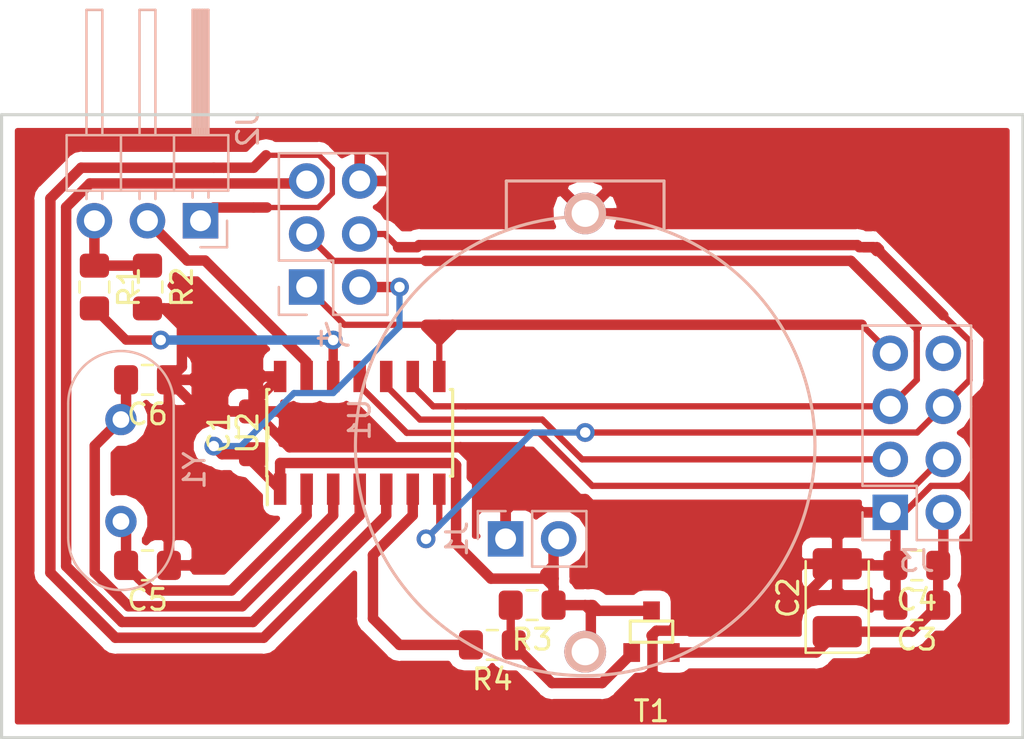
<source format=kicad_pcb>
(kicad_pcb (version 20171130) (host pcbnew "(5.0.1)-rc2")

  (general
    (thickness 1.6)
    (drawings 5)
    (tracks 212)
    (zones 0)
    (modules 18)
    (nets 19)
  )

  (page A4)
  (layers
    (0 F.Cu signal)
    (31 B.Cu signal)
    (32 B.Adhes user hide)
    (33 F.Adhes user hide)
    (34 B.Paste user hide)
    (35 F.Paste user hide)
    (36 B.SilkS user)
    (37 F.SilkS user)
    (38 B.Mask user hide)
    (39 F.Mask user hide)
    (40 Dwgs.User user hide)
    (41 Cmts.User user hide)
    (42 Eco1.User user hide)
    (43 Eco2.User user hide)
    (44 Edge.Cuts user)
    (45 Margin user hide)
    (46 B.CrtYd user hide)
    (47 F.CrtYd user hide)
    (48 B.Fab user hide)
    (49 F.Fab user)
  )

  (setup
    (last_trace_width 0.254)
    (user_trace_width 0.3)
    (user_trace_width 0.35)
    (user_trace_width 0.4)
    (user_trace_width 0.45)
    (user_trace_width 0.5)
    (trace_clearance 0.254)
    (zone_clearance 0.508)
    (zone_45_only no)
    (trace_min 0.2)
    (segment_width 0.2)
    (edge_width 0.15)
    (via_size 0.9)
    (via_drill 0.5)
    (via_min_size 0.4)
    (via_min_drill 0.3)
    (uvia_size 0.3)
    (uvia_drill 0.1)
    (uvias_allowed no)
    (uvia_min_size 0.2)
    (uvia_min_drill 0.1)
    (pcb_text_width 0.3)
    (pcb_text_size 1.5 1.5)
    (mod_edge_width 0.15)
    (mod_text_size 1 1)
    (mod_text_width 0.15)
    (pad_size 1.524 1.524)
    (pad_drill 0.762)
    (pad_to_mask_clearance 0.051)
    (solder_mask_min_width 0.25)
    (aux_axis_origin 0 0)
    (visible_elements 7FFFFFFF)
    (pcbplotparams
      (layerselection 0x01000_ffffffff)
      (usegerberextensions false)
      (usegerberattributes false)
      (usegerberadvancedattributes false)
      (creategerberjobfile false)
      (excludeedgelayer true)
      (linewidth 0.100000)
      (plotframeref false)
      (viasonmask false)
      (mode 1)
      (useauxorigin false)
      (hpglpennumber 1)
      (hpglpenspeed 20)
      (hpglpendiameter 15.000000)
      (psnegative false)
      (psa4output false)
      (plotreference true)
      (plotvalue true)
      (plotinvisibletext false)
      (padsonsilk false)
      (subtractmaskfromsilk false)
      (outputformat 1)
      (mirror false)
      (drillshape 0)
      (scaleselection 1)
      (outputdirectory "./"))
  )

  (net 0 "")
  (net 1 +3V3)
  (net 2 GND)
  (net 3 /VCC_R)
  (net 4 "Net-(C5-Pad2)")
  (net 5 "Net-(C6-Pad2)")
  (net 6 /GEN)
  (net 7 /czujnik)
  (net 8 "Net-(J2-Pad3)")
  (net 9 /CE)
  (net 10 /CSN)
  (net 11 /SCK)
  (net 12 /MOSI)
  (net 13 /MISO)
  (net 14 /IRQ)
  (net 15 /~RESET)
  (net 16 /pinHL)
  (net 17 "Net-(R3-Pad2)")
  (net 18 /~ZAS_RADIO)

  (net_class Default "This is the default net class."
    (clearance 0.254)
    (trace_width 0.254)
    (via_dia 0.9)
    (via_drill 0.5)
    (uvia_dia 0.3)
    (uvia_drill 0.1)
    (add_net +3V3)
    (add_net /CE)
    (add_net /CSN)
    (add_net /GEN)
    (add_net /IRQ)
    (add_net /MISO)
    (add_net /MOSI)
    (add_net /SCK)
    (add_net /VCC_R)
    (add_net /czujnik)
    (add_net /pinHL)
    (add_net /~RESET)
    (add_net /~ZAS_RADIO)
    (add_net GND)
    (add_net "Net-(C5-Pad2)")
    (add_net "Net-(C6-Pad2)")
    (add_net "Net-(J2-Pad3)")
    (add_net "Net-(R3-Pad2)")
  )

  (module Package_SO:SOIC-14_3.9x8.7mm_P1.27mm (layer F.Cu) (tedit 5A02F2D3) (tstamp 5BEA9AF5)
    (at 170.815 65.405 90)
    (descr "14-Lead Plastic Small Outline (SL) - Narrow, 3.90 mm Body [SOIC] (see Microchip Packaging Specification 00000049BS.pdf)")
    (tags "SOIC 1.27")
    (path /5BD816EA)
    (attr smd)
    (fp_text reference U2 (at 0 -5.375 90) (layer F.SilkS)
      (effects (font (size 1 1) (thickness 0.15)))
    )
    (fp_text value ATtiny84A-SSU (at 0 5.375 90) (layer F.Fab)
      (effects (font (size 1 1) (thickness 0.15)))
    )
    (fp_text user %R (at 0 -1.27 90) (layer F.Fab)
      (effects (font (size 0.9 0.9) (thickness 0.135)))
    )
    (fp_line (start -0.95 -4.35) (end 1.95 -4.35) (layer F.Fab) (width 0.15))
    (fp_line (start 1.95 -4.35) (end 1.95 4.35) (layer F.Fab) (width 0.15))
    (fp_line (start 1.95 4.35) (end -1.95 4.35) (layer F.Fab) (width 0.15))
    (fp_line (start -1.95 4.35) (end -1.95 -3.35) (layer F.Fab) (width 0.15))
    (fp_line (start -1.95 -3.35) (end -0.95 -4.35) (layer F.Fab) (width 0.15))
    (fp_line (start -3.7 -4.65) (end -3.7 4.65) (layer F.CrtYd) (width 0.05))
    (fp_line (start 3.7 -4.65) (end 3.7 4.65) (layer F.CrtYd) (width 0.05))
    (fp_line (start -3.7 -4.65) (end 3.7 -4.65) (layer F.CrtYd) (width 0.05))
    (fp_line (start -3.7 4.65) (end 3.7 4.65) (layer F.CrtYd) (width 0.05))
    (fp_line (start -2.075 -4.45) (end -2.075 -4.425) (layer F.SilkS) (width 0.15))
    (fp_line (start 2.075 -4.45) (end 2.075 -4.335) (layer F.SilkS) (width 0.15))
    (fp_line (start 2.075 4.45) (end 2.075 4.335) (layer F.SilkS) (width 0.15))
    (fp_line (start -2.075 4.45) (end -2.075 4.335) (layer F.SilkS) (width 0.15))
    (fp_line (start -2.075 -4.45) (end 2.075 -4.45) (layer F.SilkS) (width 0.15))
    (fp_line (start -2.075 4.45) (end 2.075 4.45) (layer F.SilkS) (width 0.15))
    (fp_line (start -2.075 -4.425) (end -3.45 -4.425) (layer F.SilkS) (width 0.15))
    (pad 1 smd rect (at -2.7 -3.81 90) (size 1.5 0.6) (layers F.Cu F.Paste F.Mask)
      (net 1 +3V3))
    (pad 2 smd rect (at -2.7 -2.54 90) (size 1.5 0.6) (layers F.Cu F.Paste F.Mask)
      (net 4 "Net-(C5-Pad2)"))
    (pad 3 smd rect (at -2.7 -1.27 90) (size 1.5 0.6) (layers F.Cu F.Paste F.Mask)
      (net 5 "Net-(C6-Pad2)"))
    (pad 4 smd rect (at -2.7 0 90) (size 1.5 0.6) (layers F.Cu F.Paste F.Mask)
      (net 15 /~RESET))
    (pad 5 smd rect (at -2.7 1.27 90) (size 1.5 0.6) (layers F.Cu F.Paste F.Mask)
      (net 6 /GEN))
    (pad 6 smd rect (at -2.7 2.54 90) (size 1.5 0.6) (layers F.Cu F.Paste F.Mask)
      (net 18 /~ZAS_RADIO))
    (pad 7 smd rect (at -2.7 3.81 90) (size 1.5 0.6) (layers F.Cu F.Paste F.Mask)
      (net 12 /MOSI))
    (pad 8 smd rect (at 2.7 3.81 90) (size 1.5 0.6) (layers F.Cu F.Paste F.Mask)
      (net 13 /MISO))
    (pad 9 smd rect (at 2.7 2.54 90) (size 1.5 0.6) (layers F.Cu F.Paste F.Mask)
      (net 11 /SCK))
    (pad 10 smd rect (at 2.7 1.27 90) (size 1.5 0.6) (layers F.Cu F.Paste F.Mask)
      (net 9 /CE))
    (pad 11 smd rect (at 2.7 0 90) (size 1.5 0.6) (layers F.Cu F.Paste F.Mask)
      (net 10 /CSN))
    (pad 12 smd rect (at 2.7 -1.27 90) (size 1.5 0.6) (layers F.Cu F.Paste F.Mask)
      (net 16 /pinHL))
    (pad 13 smd rect (at 2.7 -2.54 90) (size 1.5 0.6) (layers F.Cu F.Paste F.Mask)
      (net 7 /czujnik))
    (pad 14 smd rect (at 2.7 -3.81 90) (size 1.5 0.6) (layers F.Cu F.Paste F.Mask)
      (net 2 GND))
    (model ${KISYS3DMOD}/Package_SO.3dshapes/SOIC-14_3.9x8.7mm_P1.27mm.wrl
      (at (xyz 0 0 0))
      (scale (xyz 1 1 1))
      (rotate (xyz 0 0 0))
    )
  )

  (module Capacitor_SMD:C_0805_2012Metric_Pad1.15x1.40mm_HandSolder (layer F.Cu) (tedit 5B36C52B) (tstamp 5BEA999C)
    (at 165.735 65.405 90)
    (descr "Capacitor SMD 0805 (2012 Metric), square (rectangular) end terminal, IPC_7351 nominal with elongated pad for handsoldering. (Body size source: https://docs.google.com/spreadsheets/d/1BsfQQcO9C6DZCsRaXUlFlo91Tg2WpOkGARC1WS5S8t0/edit?usp=sharing), generated with kicad-footprint-generator")
    (tags "capacitor handsolder")
    (path /5BD818A2)
    (attr smd)
    (fp_text reference C1 (at 0 -1.65 90) (layer F.SilkS)
      (effects (font (size 1 1) (thickness 0.15)))
    )
    (fp_text value 100n (at 0 1.65 90) (layer F.Fab)
      (effects (font (size 1 1) (thickness 0.15)))
    )
    (fp_line (start -1 0.6) (end -1 -0.6) (layer F.Fab) (width 0.1))
    (fp_line (start -1 -0.6) (end 1 -0.6) (layer F.Fab) (width 0.1))
    (fp_line (start 1 -0.6) (end 1 0.6) (layer F.Fab) (width 0.1))
    (fp_line (start 1 0.6) (end -1 0.6) (layer F.Fab) (width 0.1))
    (fp_line (start -0.261252 -0.71) (end 0.261252 -0.71) (layer F.SilkS) (width 0.12))
    (fp_line (start -0.261252 0.71) (end 0.261252 0.71) (layer F.SilkS) (width 0.12))
    (fp_line (start -1.85 0.95) (end -1.85 -0.95) (layer F.CrtYd) (width 0.05))
    (fp_line (start -1.85 -0.95) (end 1.85 -0.95) (layer F.CrtYd) (width 0.05))
    (fp_line (start 1.85 -0.95) (end 1.85 0.95) (layer F.CrtYd) (width 0.05))
    (fp_line (start 1.85 0.95) (end -1.85 0.95) (layer F.CrtYd) (width 0.05))
    (fp_text user %R (at 0 2.54 270) (layer F.Fab)
      (effects (font (size 0.5 0.5) (thickness 0.08)))
    )
    (pad 1 smd roundrect (at -1.025 0 90) (size 1.15 1.4) (layers F.Cu F.Paste F.Mask) (roundrect_rratio 0.217391)
      (net 1 +3V3))
    (pad 2 smd roundrect (at 1.025 0 90) (size 1.15 1.4) (layers F.Cu F.Paste F.Mask) (roundrect_rratio 0.217391)
      (net 2 GND))
    (model ${KISYS3DMOD}/Capacitor_SMD.3dshapes/C_0805_2012Metric.wrl
      (at (xyz 0 0 0))
      (scale (xyz 1 1 1))
      (rotate (xyz 0 0 0))
    )
  )

  (module Capacitor_Tantalum_SMD:CP_EIA-3528-21_Kemet-B_Pad1.50x2.35mm_HandSolder (layer F.Cu) (tedit 5B342532) (tstamp 5BEA99AF)
    (at 193.675 73.305 90)
    (descr "Tantalum Capacitor SMD Kemet-B (3528-21 Metric), IPC_7351 nominal, (Body size from: http://www.kemet.com/Lists/ProductCatalog/Attachments/253/KEM_TC101_STD.pdf), generated with kicad-footprint-generator")
    (tags "capacitor tantalum")
    (path /5BEB00EC)
    (attr smd)
    (fp_text reference C2 (at 0 -2.35 90) (layer F.SilkS)
      (effects (font (size 1 1) (thickness 0.15)))
    )
    (fp_text value 100u (at 0 2.35 90) (layer F.Fab)
      (effects (font (size 1 1) (thickness 0.15)))
    )
    (fp_line (start 1.75 -1.4) (end -1.05 -1.4) (layer F.Fab) (width 0.1))
    (fp_line (start -1.05 -1.4) (end -1.75 -0.7) (layer F.Fab) (width 0.1))
    (fp_line (start -1.75 -0.7) (end -1.75 1.4) (layer F.Fab) (width 0.1))
    (fp_line (start -1.75 1.4) (end 1.75 1.4) (layer F.Fab) (width 0.1))
    (fp_line (start 1.75 1.4) (end 1.75 -1.4) (layer F.Fab) (width 0.1))
    (fp_line (start 1.75 -1.51) (end -2.635 -1.51) (layer F.SilkS) (width 0.12))
    (fp_line (start -2.635 -1.51) (end -2.635 1.51) (layer F.SilkS) (width 0.12))
    (fp_line (start -2.635 1.51) (end 1.75 1.51) (layer F.SilkS) (width 0.12))
    (fp_line (start -2.62 1.65) (end -2.62 -1.65) (layer F.CrtYd) (width 0.05))
    (fp_line (start -2.62 -1.65) (end 2.62 -1.65) (layer F.CrtYd) (width 0.05))
    (fp_line (start 2.62 -1.65) (end 2.62 1.65) (layer F.CrtYd) (width 0.05))
    (fp_line (start 2.62 1.65) (end -2.62 1.65) (layer F.CrtYd) (width 0.05))
    (fp_text user %R (at 0 3.81 90) (layer F.Fab)
      (effects (font (size 0.88 0.88) (thickness 0.13)))
    )
    (pad 1 smd roundrect (at -1.625 0 90) (size 1.5 2.35) (layers F.Cu F.Paste F.Mask) (roundrect_rratio 0.166667)
      (net 3 /VCC_R))
    (pad 2 smd roundrect (at 1.625 0 90) (size 1.5 2.35) (layers F.Cu F.Paste F.Mask) (roundrect_rratio 0.166667)
      (net 2 GND))
    (model ${KISYS3DMOD}/Capacitor_Tantalum_SMD.3dshapes/CP_EIA-3528-21_Kemet-B.wrl
      (at (xyz 0 0 0))
      (scale (xyz 1 1 1))
      (rotate (xyz 0 0 0))
    )
  )

  (module Capacitor_SMD:C_0805_2012Metric_Pad1.15x1.40mm_HandSolder (layer F.Cu) (tedit 5BEA8F2F) (tstamp 5BEA99C0)
    (at 197.485 73.66 180)
    (descr "Capacitor SMD 0805 (2012 Metric), square (rectangular) end terminal, IPC_7351 nominal with elongated pad for handsoldering. (Body size source: https://docs.google.com/spreadsheets/d/1BsfQQcO9C6DZCsRaXUlFlo91Tg2WpOkGARC1WS5S8t0/edit?usp=sharing), generated with kicad-footprint-generator")
    (tags "capacitor handsolder")
    (path /5BD8B489)
    (attr smd)
    (fp_text reference C3 (at 0 -1.65 180) (layer F.SilkS)
      (effects (font (size 1 1) (thickness 0.15)))
    )
    (fp_text value 100n (at 0 1.65 180) (layer F.Fab)
      (effects (font (size 1 1) (thickness 0.15)))
    )
    (fp_text user %R (at 1.515 0 180) (layer F.Fab)
      (effects (font (size 0.5 0.5) (thickness 0.08)))
    )
    (fp_line (start 1.85 0.95) (end -1.85 0.95) (layer F.CrtYd) (width 0.05))
    (fp_line (start 1.85 -0.95) (end 1.85 0.95) (layer F.CrtYd) (width 0.05))
    (fp_line (start -1.85 -0.95) (end 1.85 -0.95) (layer F.CrtYd) (width 0.05))
    (fp_line (start -1.85 0.95) (end -1.85 -0.95) (layer F.CrtYd) (width 0.05))
    (fp_line (start -0.261252 0.71) (end 0.261252 0.71) (layer F.SilkS) (width 0.12))
    (fp_line (start -0.261252 -0.71) (end 0.261252 -0.71) (layer F.SilkS) (width 0.12))
    (fp_line (start 1 0.6) (end -1 0.6) (layer F.Fab) (width 0.1))
    (fp_line (start 1 -0.6) (end 1 0.6) (layer F.Fab) (width 0.1))
    (fp_line (start -1 -0.6) (end 1 -0.6) (layer F.Fab) (width 0.1))
    (fp_line (start -1 0.6) (end -1 -0.6) (layer F.Fab) (width 0.1))
    (pad 2 smd roundrect (at 1.025 0 180) (size 1.15 1.4) (layers F.Cu F.Paste F.Mask) (roundrect_rratio 0.217391)
      (net 2 GND))
    (pad 1 smd roundrect (at -1.025 0 180) (size 1.15 1.4) (layers F.Cu F.Paste F.Mask) (roundrect_rratio 0.217391)
      (net 3 /VCC_R))
    (model ${KISYS3DMOD}/Capacitor_SMD.3dshapes/C_0805_2012Metric.wrl
      (at (xyz 0 0 0))
      (scale (xyz 1 1 1))
      (rotate (xyz 0 0 0))
    )
  )

  (module Capacitor_SMD:C_0805_2012Metric_Pad1.15x1.40mm_HandSolder (layer F.Cu) (tedit 5B36C52B) (tstamp 5BEA99D1)
    (at 197.485 71.755 180)
    (descr "Capacitor SMD 0805 (2012 Metric), square (rectangular) end terminal, IPC_7351 nominal with elongated pad for handsoldering. (Body size source: https://docs.google.com/spreadsheets/d/1BsfQQcO9C6DZCsRaXUlFlo91Tg2WpOkGARC1WS5S8t0/edit?usp=sharing), generated with kicad-footprint-generator")
    (tags "capacitor handsolder")
    (path /5BD8BBE8)
    (attr smd)
    (fp_text reference C4 (at 0 -1.65 180) (layer F.SilkS)
      (effects (font (size 1 1) (thickness 0.15)))
    )
    (fp_text value 100n (at 0 1.65 180) (layer F.Fab)
      (effects (font (size 1 1) (thickness 0.15)))
    )
    (fp_line (start -1 0.6) (end -1 -0.6) (layer F.Fab) (width 0.1))
    (fp_line (start -1 -0.6) (end 1 -0.6) (layer F.Fab) (width 0.1))
    (fp_line (start 1 -0.6) (end 1 0.6) (layer F.Fab) (width 0.1))
    (fp_line (start 1 0.6) (end -1 0.6) (layer F.Fab) (width 0.1))
    (fp_line (start -0.261252 -0.71) (end 0.261252 -0.71) (layer F.SilkS) (width 0.12))
    (fp_line (start -0.261252 0.71) (end 0.261252 0.71) (layer F.SilkS) (width 0.12))
    (fp_line (start -1.85 0.95) (end -1.85 -0.95) (layer F.CrtYd) (width 0.05))
    (fp_line (start -1.85 -0.95) (end 1.85 -0.95) (layer F.CrtYd) (width 0.05))
    (fp_line (start 1.85 -0.95) (end 1.85 0.95) (layer F.CrtYd) (width 0.05))
    (fp_line (start 1.85 0.95) (end -1.85 0.95) (layer F.CrtYd) (width 0.05))
    (fp_text user %R (at -0.005001 0 180) (layer F.Fab)
      (effects (font (size 0.5 0.5) (thickness 0.08)))
    )
    (pad 1 smd roundrect (at -1.025 0 180) (size 1.15 1.4) (layers F.Cu F.Paste F.Mask) (roundrect_rratio 0.217391)
      (net 3 /VCC_R))
    (pad 2 smd roundrect (at 1.025 0 180) (size 1.15 1.4) (layers F.Cu F.Paste F.Mask) (roundrect_rratio 0.217391)
      (net 2 GND))
    (model ${KISYS3DMOD}/Capacitor_SMD.3dshapes/C_0805_2012Metric.wrl
      (at (xyz 0 0 0))
      (scale (xyz 1 1 1))
      (rotate (xyz 0 0 0))
    )
  )

  (module Capacitor_SMD:C_0805_2012Metric_Pad1.15x1.40mm_HandSolder (layer F.Cu) (tedit 5B36C52B) (tstamp 5BEA99E2)
    (at 160.655 71.755 180)
    (descr "Capacitor SMD 0805 (2012 Metric), square (rectangular) end terminal, IPC_7351 nominal with elongated pad for handsoldering. (Body size source: https://docs.google.com/spreadsheets/d/1BsfQQcO9C6DZCsRaXUlFlo91Tg2WpOkGARC1WS5S8t0/edit?usp=sharing), generated with kicad-footprint-generator")
    (tags "capacitor handsolder")
    (path /5BD8466F)
    (attr smd)
    (fp_text reference C5 (at 0 -1.65 180) (layer F.SilkS)
      (effects (font (size 1 1) (thickness 0.15)))
    )
    (fp_text value 22p (at 0 1.65 180) (layer F.Fab)
      (effects (font (size 1 1) (thickness 0.15)))
    )
    (fp_text user %R (at -1.025 0 180) (layer F.Fab)
      (effects (font (size 0.5 0.5) (thickness 0.08)))
    )
    (fp_line (start 1.85 0.95) (end -1.85 0.95) (layer F.CrtYd) (width 0.05))
    (fp_line (start 1.85 -0.95) (end 1.85 0.95) (layer F.CrtYd) (width 0.05))
    (fp_line (start -1.85 -0.95) (end 1.85 -0.95) (layer F.CrtYd) (width 0.05))
    (fp_line (start -1.85 0.95) (end -1.85 -0.95) (layer F.CrtYd) (width 0.05))
    (fp_line (start -0.261252 0.71) (end 0.261252 0.71) (layer F.SilkS) (width 0.12))
    (fp_line (start -0.261252 -0.71) (end 0.261252 -0.71) (layer F.SilkS) (width 0.12))
    (fp_line (start 1 0.6) (end -1 0.6) (layer F.Fab) (width 0.1))
    (fp_line (start 1 -0.6) (end 1 0.6) (layer F.Fab) (width 0.1))
    (fp_line (start -1 -0.6) (end 1 -0.6) (layer F.Fab) (width 0.1))
    (fp_line (start -1 0.6) (end -1 -0.6) (layer F.Fab) (width 0.1))
    (pad 2 smd roundrect (at 1.025 0 180) (size 1.15 1.4) (layers F.Cu F.Paste F.Mask) (roundrect_rratio 0.217391)
      (net 4 "Net-(C5-Pad2)"))
    (pad 1 smd roundrect (at -1.025 0 180) (size 1.15 1.4) (layers F.Cu F.Paste F.Mask) (roundrect_rratio 0.217391)
      (net 2 GND))
    (model ${KISYS3DMOD}/Capacitor_SMD.3dshapes/C_0805_2012Metric.wrl
      (at (xyz 0 0 0))
      (scale (xyz 1 1 1))
      (rotate (xyz 0 0 0))
    )
  )

  (module Capacitor_SMD:C_0805_2012Metric_Pad1.15x1.40mm_HandSolder (layer F.Cu) (tedit 5B36C52B) (tstamp 5BEA99F3)
    (at 160.655 62.865 180)
    (descr "Capacitor SMD 0805 (2012 Metric), square (rectangular) end terminal, IPC_7351 nominal with elongated pad for handsoldering. (Body size source: https://docs.google.com/spreadsheets/d/1BsfQQcO9C6DZCsRaXUlFlo91Tg2WpOkGARC1WS5S8t0/edit?usp=sharing), generated with kicad-footprint-generator")
    (tags "capacitor handsolder")
    (path /5BD84DEC)
    (attr smd)
    (fp_text reference C6 (at 0 -1.65 180) (layer F.SilkS)
      (effects (font (size 1 1) (thickness 0.15)))
    )
    (fp_text value 22p (at 0 1.65 180) (layer F.Fab)
      (effects (font (size 1 1) (thickness 0.15)))
    )
    (fp_line (start -1 0.6) (end -1 -0.6) (layer F.Fab) (width 0.1))
    (fp_line (start -1 -0.6) (end 1 -0.6) (layer F.Fab) (width 0.1))
    (fp_line (start 1 -0.6) (end 1 0.6) (layer F.Fab) (width 0.1))
    (fp_line (start 1 0.6) (end -1 0.6) (layer F.Fab) (width 0.1))
    (fp_line (start -0.261252 -0.71) (end 0.261252 -0.71) (layer F.SilkS) (width 0.12))
    (fp_line (start -0.261252 0.71) (end 0.261252 0.71) (layer F.SilkS) (width 0.12))
    (fp_line (start -1.85 0.95) (end -1.85 -0.95) (layer F.CrtYd) (width 0.05))
    (fp_line (start -1.85 -0.95) (end 1.85 -0.95) (layer F.CrtYd) (width 0.05))
    (fp_line (start 1.85 -0.95) (end 1.85 0.95) (layer F.CrtYd) (width 0.05))
    (fp_line (start 1.85 0.95) (end -1.85 0.95) (layer F.CrtYd) (width 0.05))
    (fp_text user %R (at 0 0.635 180) (layer F.Fab)
      (effects (font (size 0.5 0.5) (thickness 0.08)))
    )
    (pad 1 smd roundrect (at -1.025 0 180) (size 1.15 1.4) (layers F.Cu F.Paste F.Mask) (roundrect_rratio 0.217391)
      (net 2 GND))
    (pad 2 smd roundrect (at 1.025 0 180) (size 1.15 1.4) (layers F.Cu F.Paste F.Mask) (roundrect_rratio 0.217391)
      (net 5 "Net-(C6-Pad2)"))
    (model ${KISYS3DMOD}/Capacitor_SMD.3dshapes/C_0805_2012Metric.wrl
      (at (xyz 0 0 0))
      (scale (xyz 1 1 1))
      (rotate (xyz 0 0 0))
    )
  )

  (module Connector_PinHeader_2.54mm:PinHeader_1x02_P2.54mm_Vertical (layer B.Cu) (tedit 59FED5CC) (tstamp 5BEA9A09)
    (at 177.8 70.485 270)
    (descr "Through hole straight pin header, 1x02, 2.54mm pitch, single row")
    (tags "Through hole pin header THT 1x02 2.54mm single row")
    (path /5BD81A09)
    (fp_text reference J1 (at 0 2.33 270) (layer B.SilkS)
      (effects (font (size 1 1) (thickness 0.15)) (justify mirror))
    )
    (fp_text value Conn_01x02 (at 0 -4.87 270) (layer B.Fab)
      (effects (font (size 1 1) (thickness 0.15)) (justify mirror))
    )
    (fp_line (start -0.635 1.27) (end 1.27 1.27) (layer B.Fab) (width 0.1))
    (fp_line (start 1.27 1.27) (end 1.27 -3.81) (layer B.Fab) (width 0.1))
    (fp_line (start 1.27 -3.81) (end -1.27 -3.81) (layer B.Fab) (width 0.1))
    (fp_line (start -1.27 -3.81) (end -1.27 0.635) (layer B.Fab) (width 0.1))
    (fp_line (start -1.27 0.635) (end -0.635 1.27) (layer B.Fab) (width 0.1))
    (fp_line (start -1.33 -3.87) (end 1.33 -3.87) (layer B.SilkS) (width 0.12))
    (fp_line (start -1.33 -1.27) (end -1.33 -3.87) (layer B.SilkS) (width 0.12))
    (fp_line (start 1.33 -1.27) (end 1.33 -3.87) (layer B.SilkS) (width 0.12))
    (fp_line (start -1.33 -1.27) (end 1.33 -1.27) (layer B.SilkS) (width 0.12))
    (fp_line (start -1.33 0) (end -1.33 1.33) (layer B.SilkS) (width 0.12))
    (fp_line (start -1.33 1.33) (end 0 1.33) (layer B.SilkS) (width 0.12))
    (fp_line (start -1.8 1.8) (end -1.8 -4.35) (layer B.CrtYd) (width 0.05))
    (fp_line (start -1.8 -4.35) (end 1.8 -4.35) (layer B.CrtYd) (width 0.05))
    (fp_line (start 1.8 -4.35) (end 1.8 1.8) (layer B.CrtYd) (width 0.05))
    (fp_line (start 1.8 1.8) (end -1.8 1.8) (layer B.CrtYd) (width 0.05))
    (fp_text user %R (at 0 -6.35 180) (layer B.Fab)
      (effects (font (size 1 1) (thickness 0.15)) (justify mirror))
    )
    (pad 1 thru_hole rect (at 0 0 270) (size 1.7 1.7) (drill 1) (layers *.Cu *.Mask)
      (net 2 GND))
    (pad 2 thru_hole oval (at 0 -2.54 270) (size 1.7 1.7) (drill 1) (layers *.Cu *.Mask)
      (net 1 +3V3))
    (model ${KISYS3DMOD}/Connector_PinHeader_2.54mm.3dshapes/PinHeader_1x02_P2.54mm_Vertical.wrl
      (at (xyz 0 0 0))
      (scale (xyz 1 1 1))
      (rotate (xyz 0 0 0))
    )
  )

  (module Connector_PinHeader_2.54mm:PinHeader_1x03_P2.54mm_Horizontal (layer B.Cu) (tedit 59FED5CB) (tstamp 5BEA9A49)
    (at 163.195 55.245 90)
    (descr "Through hole angled pin header, 1x03, 2.54mm pitch, 6mm pin length, single row")
    (tags "Through hole angled pin header THT 1x03 2.54mm single row")
    (path /5BEBC084)
    (fp_text reference J2 (at 4.385 2.27 90) (layer B.SilkS)
      (effects (font (size 1 1) (thickness 0.15)) (justify mirror))
    )
    (fp_text value Conn_01x03 (at 4.385 -7.35 90) (layer B.Fab)
      (effects (font (size 1 1) (thickness 0.15)) (justify mirror))
    )
    (fp_line (start 2.135 1.27) (end 4.04 1.27) (layer B.Fab) (width 0.1))
    (fp_line (start 4.04 1.27) (end 4.04 -6.35) (layer B.Fab) (width 0.1))
    (fp_line (start 4.04 -6.35) (end 1.5 -6.35) (layer B.Fab) (width 0.1))
    (fp_line (start 1.5 -6.35) (end 1.5 0.635) (layer B.Fab) (width 0.1))
    (fp_line (start 1.5 0.635) (end 2.135 1.27) (layer B.Fab) (width 0.1))
    (fp_line (start -0.32 0.32) (end 1.5 0.32) (layer B.Fab) (width 0.1))
    (fp_line (start -0.32 0.32) (end -0.32 -0.32) (layer B.Fab) (width 0.1))
    (fp_line (start -0.32 -0.32) (end 1.5 -0.32) (layer B.Fab) (width 0.1))
    (fp_line (start 4.04 0.32) (end 10.04 0.32) (layer B.Fab) (width 0.1))
    (fp_line (start 10.04 0.32) (end 10.04 -0.32) (layer B.Fab) (width 0.1))
    (fp_line (start 4.04 -0.32) (end 10.04 -0.32) (layer B.Fab) (width 0.1))
    (fp_line (start -0.32 -2.22) (end 1.5 -2.22) (layer B.Fab) (width 0.1))
    (fp_line (start -0.32 -2.22) (end -0.32 -2.86) (layer B.Fab) (width 0.1))
    (fp_line (start -0.32 -2.86) (end 1.5 -2.86) (layer B.Fab) (width 0.1))
    (fp_line (start 4.04 -2.22) (end 10.04 -2.22) (layer B.Fab) (width 0.1))
    (fp_line (start 10.04 -2.22) (end 10.04 -2.86) (layer B.Fab) (width 0.1))
    (fp_line (start 4.04 -2.86) (end 10.04 -2.86) (layer B.Fab) (width 0.1))
    (fp_line (start -0.32 -4.76) (end 1.5 -4.76) (layer B.Fab) (width 0.1))
    (fp_line (start -0.32 -4.76) (end -0.32 -5.4) (layer B.Fab) (width 0.1))
    (fp_line (start -0.32 -5.4) (end 1.5 -5.4) (layer B.Fab) (width 0.1))
    (fp_line (start 4.04 -4.76) (end 10.04 -4.76) (layer B.Fab) (width 0.1))
    (fp_line (start 10.04 -4.76) (end 10.04 -5.4) (layer B.Fab) (width 0.1))
    (fp_line (start 4.04 -5.4) (end 10.04 -5.4) (layer B.Fab) (width 0.1))
    (fp_line (start 1.44 1.33) (end 1.44 -6.41) (layer B.SilkS) (width 0.12))
    (fp_line (start 1.44 -6.41) (end 4.1 -6.41) (layer B.SilkS) (width 0.12))
    (fp_line (start 4.1 -6.41) (end 4.1 1.33) (layer B.SilkS) (width 0.12))
    (fp_line (start 4.1 1.33) (end 1.44 1.33) (layer B.SilkS) (width 0.12))
    (fp_line (start 4.1 0.38) (end 10.1 0.38) (layer B.SilkS) (width 0.12))
    (fp_line (start 10.1 0.38) (end 10.1 -0.38) (layer B.SilkS) (width 0.12))
    (fp_line (start 10.1 -0.38) (end 4.1 -0.38) (layer B.SilkS) (width 0.12))
    (fp_line (start 4.1 0.32) (end 10.1 0.32) (layer B.SilkS) (width 0.12))
    (fp_line (start 4.1 0.2) (end 10.1 0.2) (layer B.SilkS) (width 0.12))
    (fp_line (start 4.1 0.08) (end 10.1 0.08) (layer B.SilkS) (width 0.12))
    (fp_line (start 4.1 -0.04) (end 10.1 -0.04) (layer B.SilkS) (width 0.12))
    (fp_line (start 4.1 -0.16) (end 10.1 -0.16) (layer B.SilkS) (width 0.12))
    (fp_line (start 4.1 -0.28) (end 10.1 -0.28) (layer B.SilkS) (width 0.12))
    (fp_line (start 1.11 0.38) (end 1.44 0.38) (layer B.SilkS) (width 0.12))
    (fp_line (start 1.11 -0.38) (end 1.44 -0.38) (layer B.SilkS) (width 0.12))
    (fp_line (start 1.44 -1.27) (end 4.1 -1.27) (layer B.SilkS) (width 0.12))
    (fp_line (start 4.1 -2.16) (end 10.1 -2.16) (layer B.SilkS) (width 0.12))
    (fp_line (start 10.1 -2.16) (end 10.1 -2.92) (layer B.SilkS) (width 0.12))
    (fp_line (start 10.1 -2.92) (end 4.1 -2.92) (layer B.SilkS) (width 0.12))
    (fp_line (start 1.042929 -2.16) (end 1.44 -2.16) (layer B.SilkS) (width 0.12))
    (fp_line (start 1.042929 -2.92) (end 1.44 -2.92) (layer B.SilkS) (width 0.12))
    (fp_line (start 1.44 -3.81) (end 4.1 -3.81) (layer B.SilkS) (width 0.12))
    (fp_line (start 4.1 -4.7) (end 10.1 -4.7) (layer B.SilkS) (width 0.12))
    (fp_line (start 10.1 -4.7) (end 10.1 -5.46) (layer B.SilkS) (width 0.12))
    (fp_line (start 10.1 -5.46) (end 4.1 -5.46) (layer B.SilkS) (width 0.12))
    (fp_line (start 1.042929 -4.7) (end 1.44 -4.7) (layer B.SilkS) (width 0.12))
    (fp_line (start 1.042929 -5.46) (end 1.44 -5.46) (layer B.SilkS) (width 0.12))
    (fp_line (start -1.27 0) (end -1.27 1.27) (layer B.SilkS) (width 0.12))
    (fp_line (start -1.27 1.27) (end 0 1.27) (layer B.SilkS) (width 0.12))
    (fp_line (start -1.8 1.8) (end -1.8 -6.85) (layer B.CrtYd) (width 0.05))
    (fp_line (start -1.8 -6.85) (end 10.55 -6.85) (layer B.CrtYd) (width 0.05))
    (fp_line (start 10.55 -6.85) (end 10.55 1.8) (layer B.CrtYd) (width 0.05))
    (fp_line (start 10.55 1.8) (end -1.8 1.8) (layer B.CrtYd) (width 0.05))
    (fp_text user %R (at 2.77 -2.54) (layer B.Fab)
      (effects (font (size 1 1) (thickness 0.15)) (justify mirror))
    )
    (pad 1 thru_hole rect (at 0 0 90) (size 1.7 1.7) (drill 1) (layers *.Cu *.Mask)
      (net 6 /GEN))
    (pad 2 thru_hole oval (at 0 -2.54 90) (size 1.7 1.7) (drill 1) (layers *.Cu *.Mask)
      (net 7 /czujnik))
    (pad 3 thru_hole oval (at 0 -5.08 90) (size 1.7 1.7) (drill 1) (layers *.Cu *.Mask)
      (net 8 "Net-(J2-Pad3)"))
    (model ${KISYS3DMOD}/Connector_PinHeader_2.54mm.3dshapes/PinHeader_1x03_P2.54mm_Horizontal.wrl
      (at (xyz 0 0 0))
      (scale (xyz 1 1 1))
      (rotate (xyz 0 0 0))
    )
  )

  (module Connector_PinHeader_2.54mm:PinHeader_2x04_P2.54mm_Vertical (layer B.Cu) (tedit 59FED5CC) (tstamp 5BEA9A67)
    (at 196.215 69.215)
    (descr "Through hole straight pin header, 2x04, 2.54mm pitch, double rows")
    (tags "Through hole pin header THT 2x04 2.54mm double row")
    (path /5BD81ED9)
    (fp_text reference J3 (at 1.27 2.33) (layer B.SilkS)
      (effects (font (size 1 1) (thickness 0.15)) (justify mirror))
    )
    (fp_text value Conn_02x04_Odd_Even (at 1.27 -9.95) (layer B.Fab)
      (effects (font (size 1 1) (thickness 0.15)) (justify mirror))
    )
    (fp_text user %R (at 4.445 -3.81 -90) (layer B.Fab)
      (effects (font (size 1 1) (thickness 0.15)) (justify mirror))
    )
    (fp_line (start 4.35 1.8) (end -1.8 1.8) (layer B.CrtYd) (width 0.05))
    (fp_line (start 4.35 -9.4) (end 4.35 1.8) (layer B.CrtYd) (width 0.05))
    (fp_line (start -1.8 -9.4) (end 4.35 -9.4) (layer B.CrtYd) (width 0.05))
    (fp_line (start -1.8 1.8) (end -1.8 -9.4) (layer B.CrtYd) (width 0.05))
    (fp_line (start -1.33 1.33) (end 0 1.33) (layer B.SilkS) (width 0.12))
    (fp_line (start -1.33 0) (end -1.33 1.33) (layer B.SilkS) (width 0.12))
    (fp_line (start 1.27 1.33) (end 3.87 1.33) (layer B.SilkS) (width 0.12))
    (fp_line (start 1.27 -1.27) (end 1.27 1.33) (layer B.SilkS) (width 0.12))
    (fp_line (start -1.33 -1.27) (end 1.27 -1.27) (layer B.SilkS) (width 0.12))
    (fp_line (start 3.87 1.33) (end 3.87 -8.95) (layer B.SilkS) (width 0.12))
    (fp_line (start -1.33 -1.27) (end -1.33 -8.95) (layer B.SilkS) (width 0.12))
    (fp_line (start -1.33 -8.95) (end 3.87 -8.95) (layer B.SilkS) (width 0.12))
    (fp_line (start -1.27 0) (end 0 1.27) (layer B.Fab) (width 0.1))
    (fp_line (start -1.27 -8.89) (end -1.27 0) (layer B.Fab) (width 0.1))
    (fp_line (start 3.81 -8.89) (end -1.27 -8.89) (layer B.Fab) (width 0.1))
    (fp_line (start 3.81 1.27) (end 3.81 -8.89) (layer B.Fab) (width 0.1))
    (fp_line (start 0 1.27) (end 3.81 1.27) (layer B.Fab) (width 0.1))
    (pad 8 thru_hole oval (at 2.54 -7.62) (size 1.7 1.7) (drill 1) (layers *.Cu *.Mask)
      (net 14 /IRQ))
    (pad 7 thru_hole oval (at 0 -7.62) (size 1.7 1.7) (drill 1) (layers *.Cu *.Mask)
      (net 13 /MISO))
    (pad 6 thru_hole oval (at 2.54 -5.08) (size 1.7 1.7) (drill 1) (layers *.Cu *.Mask)
      (net 12 /MOSI))
    (pad 5 thru_hole oval (at 0 -5.08) (size 1.7 1.7) (drill 1) (layers *.Cu *.Mask)
      (net 11 /SCK))
    (pad 4 thru_hole oval (at 2.54 -2.54) (size 1.7 1.7) (drill 1) (layers *.Cu *.Mask)
      (net 10 /CSN))
    (pad 3 thru_hole oval (at 0 -2.54) (size 1.7 1.7) (drill 1) (layers *.Cu *.Mask)
      (net 9 /CE))
    (pad 2 thru_hole oval (at 2.54 0) (size 1.7 1.7) (drill 1) (layers *.Cu *.Mask)
      (net 3 /VCC_R))
    (pad 1 thru_hole rect (at 0 0) (size 1.7 1.7) (drill 1) (layers *.Cu *.Mask)
      (net 2 GND))
    (model ${KISYS3DMOD}/Connector_PinHeader_2.54mm.3dshapes/PinHeader_2x04_P2.54mm_Vertical.wrl
      (at (xyz 0 0 0))
      (scale (xyz 1 1 1))
      (rotate (xyz 0 0 0))
    )
  )

  (module Connector_PinHeader_2.54mm:PinHeader_2x03_P2.54mm_Vertical (layer B.Cu) (tedit 59FED5CC) (tstamp 5BEA9A83)
    (at 168.275 58.42)
    (descr "Through hole straight pin header, 2x03, 2.54mm pitch, double rows")
    (tags "Through hole pin header THT 2x03 2.54mm double row")
    (path /5BD82AFD)
    (fp_text reference J4 (at 1.27 2.33) (layer B.SilkS)
      (effects (font (size 1 1) (thickness 0.15)) (justify mirror))
    )
    (fp_text value Conn_02x03_Odd_Even (at 1.27 -7.41) (layer B.Fab)
      (effects (font (size 1 1) (thickness 0.15)) (justify mirror))
    )
    (fp_line (start 0 1.27) (end 3.81 1.27) (layer B.Fab) (width 0.1))
    (fp_line (start 3.81 1.27) (end 3.81 -6.35) (layer B.Fab) (width 0.1))
    (fp_line (start 3.81 -6.35) (end -1.27 -6.35) (layer B.Fab) (width 0.1))
    (fp_line (start -1.27 -6.35) (end -1.27 0) (layer B.Fab) (width 0.1))
    (fp_line (start -1.27 0) (end 0 1.27) (layer B.Fab) (width 0.1))
    (fp_line (start -1.33 -6.41) (end 3.87 -6.41) (layer B.SilkS) (width 0.12))
    (fp_line (start -1.33 -1.27) (end -1.33 -6.41) (layer B.SilkS) (width 0.12))
    (fp_line (start 3.87 1.33) (end 3.87 -6.41) (layer B.SilkS) (width 0.12))
    (fp_line (start -1.33 -1.27) (end 1.27 -1.27) (layer B.SilkS) (width 0.12))
    (fp_line (start 1.27 -1.27) (end 1.27 1.33) (layer B.SilkS) (width 0.12))
    (fp_line (start 1.27 1.33) (end 3.87 1.33) (layer B.SilkS) (width 0.12))
    (fp_line (start -1.33 0) (end -1.33 1.33) (layer B.SilkS) (width 0.12))
    (fp_line (start -1.33 1.33) (end 0 1.33) (layer B.SilkS) (width 0.12))
    (fp_line (start -1.8 1.8) (end -1.8 -6.85) (layer B.CrtYd) (width 0.05))
    (fp_line (start -1.8 -6.85) (end 4.35 -6.85) (layer B.CrtYd) (width 0.05))
    (fp_line (start 4.35 -6.85) (end 4.35 1.8) (layer B.CrtYd) (width 0.05))
    (fp_line (start 4.35 1.8) (end -1.8 1.8) (layer B.CrtYd) (width 0.05))
    (fp_text user %R (at 5.715 -1.905 -90) (layer B.Fab)
      (effects (font (size 1 1) (thickness 0.15)) (justify mirror))
    )
    (pad 1 thru_hole rect (at 0 0) (size 1.7 1.7) (drill 1) (layers *.Cu *.Mask)
      (net 13 /MISO))
    (pad 2 thru_hole oval (at 2.54 0) (size 1.7 1.7) (drill 1) (layers *.Cu *.Mask)
      (net 1 +3V3))
    (pad 3 thru_hole oval (at 0 -2.54) (size 1.7 1.7) (drill 1) (layers *.Cu *.Mask)
      (net 11 /SCK))
    (pad 4 thru_hole oval (at 2.54 -2.54) (size 1.7 1.7) (drill 1) (layers *.Cu *.Mask)
      (net 12 /MOSI))
    (pad 5 thru_hole oval (at 0 -5.08) (size 1.7 1.7) (drill 1) (layers *.Cu *.Mask)
      (net 15 /~RESET))
    (pad 6 thru_hole oval (at 2.54 -5.08) (size 1.7 1.7) (drill 1) (layers *.Cu *.Mask)
      (net 2 GND))
    (model ${KISYS3DMOD}/Connector_PinHeader_2.54mm.3dshapes/PinHeader_2x03_P2.54mm_Vertical.wrl
      (at (xyz 0 0 0))
      (scale (xyz 1 1 1))
      (rotate (xyz 0 0 0))
    )
  )

  (module Resistor_SMD:R_0805_2012Metric_Pad1.15x1.40mm_HandSolder (layer F.Cu) (tedit 5B36C52B) (tstamp 5BEA9A94)
    (at 158.115 58.42 270)
    (descr "Resistor SMD 0805 (2012 Metric), square (rectangular) end terminal, IPC_7351 nominal with elongated pad for handsoldering. (Body size source: https://docs.google.com/spreadsheets/d/1BsfQQcO9C6DZCsRaXUlFlo91Tg2WpOkGARC1WS5S8t0/edit?usp=sharing), generated with kicad-footprint-generator")
    (tags "resistor handsolder")
    (path /5BEC1434)
    (attr smd)
    (fp_text reference R1 (at 0 -1.65 270) (layer F.SilkS)
      (effects (font (size 1 1) (thickness 0.15)))
    )
    (fp_text value 0 (at 0 1.65 270) (layer F.Fab)
      (effects (font (size 1 1) (thickness 0.15)))
    )
    (fp_text user %R (at 2.785 1.905 270) (layer F.Fab)
      (effects (font (size 0.5 0.5) (thickness 0.08)))
    )
    (fp_line (start 1.85 0.95) (end -1.85 0.95) (layer F.CrtYd) (width 0.05))
    (fp_line (start 1.85 -0.95) (end 1.85 0.95) (layer F.CrtYd) (width 0.05))
    (fp_line (start -1.85 -0.95) (end 1.85 -0.95) (layer F.CrtYd) (width 0.05))
    (fp_line (start -1.85 0.95) (end -1.85 -0.95) (layer F.CrtYd) (width 0.05))
    (fp_line (start -0.261252 0.71) (end 0.261252 0.71) (layer F.SilkS) (width 0.12))
    (fp_line (start -0.261252 -0.71) (end 0.261252 -0.71) (layer F.SilkS) (width 0.12))
    (fp_line (start 1 0.6) (end -1 0.6) (layer F.Fab) (width 0.1))
    (fp_line (start 1 -0.6) (end 1 0.6) (layer F.Fab) (width 0.1))
    (fp_line (start -1 -0.6) (end 1 -0.6) (layer F.Fab) (width 0.1))
    (fp_line (start -1 0.6) (end -1 -0.6) (layer F.Fab) (width 0.1))
    (pad 2 smd roundrect (at 1.025 0 270) (size 1.15 1.4) (layers F.Cu F.Paste F.Mask) (roundrect_rratio 0.217391)
      (net 16 /pinHL))
    (pad 1 smd roundrect (at -1.025 0 270) (size 1.15 1.4) (layers F.Cu F.Paste F.Mask) (roundrect_rratio 0.217391)
      (net 8 "Net-(J2-Pad3)"))
    (model ${KISYS3DMOD}/Resistor_SMD.3dshapes/R_0805_2012Metric.wrl
      (at (xyz 0 0 0))
      (scale (xyz 1 1 1))
      (rotate (xyz 0 0 0))
    )
  )

  (module Resistor_SMD:R_0805_2012Metric_Pad1.15x1.40mm_HandSolder (layer F.Cu) (tedit 5B36C52B) (tstamp 5BEA9AA5)
    (at 160.655 58.42 270)
    (descr "Resistor SMD 0805 (2012 Metric), square (rectangular) end terminal, IPC_7351 nominal with elongated pad for handsoldering. (Body size source: https://docs.google.com/spreadsheets/d/1BsfQQcO9C6DZCsRaXUlFlo91Tg2WpOkGARC1WS5S8t0/edit?usp=sharing), generated with kicad-footprint-generator")
    (tags "resistor handsolder")
    (path /5BEC15DE)
    (attr smd)
    (fp_text reference R2 (at 0 -1.65 270) (layer F.SilkS)
      (effects (font (size 1 1) (thickness 0.15)))
    )
    (fp_text value 0 (at 0 1.65 270) (layer F.Fab)
      (effects (font (size 1 1) (thickness 0.15)))
    )
    (fp_line (start -1 0.6) (end -1 -0.6) (layer F.Fab) (width 0.1))
    (fp_line (start -1 -0.6) (end 1 -0.6) (layer F.Fab) (width 0.1))
    (fp_line (start 1 -0.6) (end 1 0.6) (layer F.Fab) (width 0.1))
    (fp_line (start 1 0.6) (end -1 0.6) (layer F.Fab) (width 0.1))
    (fp_line (start -0.261252 -0.71) (end 0.261252 -0.71) (layer F.SilkS) (width 0.12))
    (fp_line (start -0.261252 0.71) (end 0.261252 0.71) (layer F.SilkS) (width 0.12))
    (fp_line (start -1.85 0.95) (end -1.85 -0.95) (layer F.CrtYd) (width 0.05))
    (fp_line (start -1.85 -0.95) (end 1.85 -0.95) (layer F.CrtYd) (width 0.05))
    (fp_line (start 1.85 -0.95) (end 1.85 0.95) (layer F.CrtYd) (width 0.05))
    (fp_line (start 1.85 0.95) (end -1.85 0.95) (layer F.CrtYd) (width 0.05))
    (fp_text user %R (at 0.014999 -0.975001 270) (layer F.Fab)
      (effects (font (size 0.5 0.5) (thickness 0.08)))
    )
    (pad 1 smd roundrect (at -1.025 0 270) (size 1.15 1.4) (layers F.Cu F.Paste F.Mask) (roundrect_rratio 0.217391)
      (net 8 "Net-(J2-Pad3)"))
    (pad 2 smd roundrect (at 1.025 0 270) (size 1.15 1.4) (layers F.Cu F.Paste F.Mask) (roundrect_rratio 0.217391)
      (net 2 GND))
    (model ${KISYS3DMOD}/Resistor_SMD.3dshapes/R_0805_2012Metric.wrl
      (at (xyz 0 0 0))
      (scale (xyz 1 1 1))
      (rotate (xyz 0 0 0))
    )
  )

  (module Resistor_SMD:R_0805_2012Metric_Pad1.15x1.40mm_HandSolder (layer F.Cu) (tedit 5B36C52B) (tstamp 5BEA9AB6)
    (at 179.07 73.66 180)
    (descr "Resistor SMD 0805 (2012 Metric), square (rectangular) end terminal, IPC_7351 nominal with elongated pad for handsoldering. (Body size source: https://docs.google.com/spreadsheets/d/1BsfQQcO9C6DZCsRaXUlFlo91Tg2WpOkGARC1WS5S8t0/edit?usp=sharing), generated with kicad-footprint-generator")
    (tags "resistor handsolder")
    (path /5BD909E0)
    (attr smd)
    (fp_text reference R3 (at 0 -1.65 180) (layer F.SilkS)
      (effects (font (size 1 1) (thickness 0.15)))
    )
    (fp_text value 10k (at 0 1.65 180) (layer F.Fab)
      (effects (font (size 1 1) (thickness 0.15)))
    )
    (fp_line (start -1 0.6) (end -1 -0.6) (layer F.Fab) (width 0.1))
    (fp_line (start -1 -0.6) (end 1 -0.6) (layer F.Fab) (width 0.1))
    (fp_line (start 1 -0.6) (end 1 0.6) (layer F.Fab) (width 0.1))
    (fp_line (start 1 0.6) (end -1 0.6) (layer F.Fab) (width 0.1))
    (fp_line (start -0.261252 -0.71) (end 0.261252 -0.71) (layer F.SilkS) (width 0.12))
    (fp_line (start -0.261252 0.71) (end 0.261252 0.71) (layer F.SilkS) (width 0.12))
    (fp_line (start -1.85 0.95) (end -1.85 -0.95) (layer F.CrtYd) (width 0.05))
    (fp_line (start -1.85 -0.95) (end 1.85 -0.95) (layer F.CrtYd) (width 0.05))
    (fp_line (start 1.85 -0.95) (end 1.85 0.95) (layer F.CrtYd) (width 0.05))
    (fp_line (start 1.85 0.95) (end -1.85 0.95) (layer F.CrtYd) (width 0.05))
    (fp_text user %R (at -1.27 0.635 180) (layer F.Fab)
      (effects (font (size 0.5 0.5) (thickness 0.08)))
    )
    (pad 1 smd roundrect (at -1.025 0 180) (size 1.15 1.4) (layers F.Cu F.Paste F.Mask) (roundrect_rratio 0.217391)
      (net 1 +3V3))
    (pad 2 smd roundrect (at 1.025 0 180) (size 1.15 1.4) (layers F.Cu F.Paste F.Mask) (roundrect_rratio 0.217391)
      (net 17 "Net-(R3-Pad2)"))
    (model ${KISYS3DMOD}/Resistor_SMD.3dshapes/R_0805_2012Metric.wrl
      (at (xyz 0 0 0))
      (scale (xyz 1 1 1))
      (rotate (xyz 0 0 0))
    )
  )

  (module Resistor_SMD:R_0805_2012Metric_Pad1.15x1.40mm_HandSolder (layer F.Cu) (tedit 5B36C52B) (tstamp 5BEA9AC7)
    (at 177.165 75.565 180)
    (descr "Resistor SMD 0805 (2012 Metric), square (rectangular) end terminal, IPC_7351 nominal with elongated pad for handsoldering. (Body size source: https://docs.google.com/spreadsheets/d/1BsfQQcO9C6DZCsRaXUlFlo91Tg2WpOkGARC1WS5S8t0/edit?usp=sharing), generated with kicad-footprint-generator")
    (tags "resistor handsolder")
    (path /5BD941E7)
    (attr smd)
    (fp_text reference R4 (at 0 -1.65 180) (layer F.SilkS)
      (effects (font (size 1 1) (thickness 0.15)))
    )
    (fp_text value 10k (at 0 1.65 180) (layer F.Fab)
      (effects (font (size 1 1) (thickness 0.15)))
    )
    (fp_text user %R (at 0.39 0.635 180) (layer F.Fab)
      (effects (font (size 0.5 0.5) (thickness 0.08)))
    )
    (fp_line (start 1.85 0.95) (end -1.85 0.95) (layer F.CrtYd) (width 0.05))
    (fp_line (start 1.85 -0.95) (end 1.85 0.95) (layer F.CrtYd) (width 0.05))
    (fp_line (start -1.85 -0.95) (end 1.85 -0.95) (layer F.CrtYd) (width 0.05))
    (fp_line (start -1.85 0.95) (end -1.85 -0.95) (layer F.CrtYd) (width 0.05))
    (fp_line (start -0.261252 0.71) (end 0.261252 0.71) (layer F.SilkS) (width 0.12))
    (fp_line (start -0.261252 -0.71) (end 0.261252 -0.71) (layer F.SilkS) (width 0.12))
    (fp_line (start 1 0.6) (end -1 0.6) (layer F.Fab) (width 0.1))
    (fp_line (start 1 -0.6) (end 1 0.6) (layer F.Fab) (width 0.1))
    (fp_line (start -1 -0.6) (end 1 -0.6) (layer F.Fab) (width 0.1))
    (fp_line (start -1 0.6) (end -1 -0.6) (layer F.Fab) (width 0.1))
    (pad 2 smd roundrect (at 1.025 0 180) (size 1.15 1.4) (layers F.Cu F.Paste F.Mask) (roundrect_rratio 0.217391)
      (net 18 /~ZAS_RADIO))
    (pad 1 smd roundrect (at -1.025 0 180) (size 1.15 1.4) (layers F.Cu F.Paste F.Mask) (roundrect_rratio 0.217391)
      (net 17 "Net-(R3-Pad2)"))
    (model ${KISYS3DMOD}/Resistor_SMD.3dshapes/R_0805_2012Metric.wrl
      (at (xyz 0 0 0))
      (scale (xyz 1 1 1))
      (rotate (xyz 0 0 0))
    )
  )

  (module NASZELIB:SOT23_NASZE (layer F.Cu) (tedit 5BD82BEF) (tstamp 5BEA9AD2)
    (at 184.785 74.93)
    (path /5BD8C487)
    (fp_text reference T1 (at 0 3.81) (layer F.SilkS)
      (effects (font (size 1 1) (thickness 0.15)))
    )
    (fp_text value DMG2305UX (at 0 -3.81) (layer F.Fab)
      (effects (font (size 1 1) (thickness 0.15)))
    )
    (fp_line (start -1.016 -0.508) (end -1.016 0.508) (layer F.SilkS) (width 0.15))
    (fp_line (start -1.016 0.508) (end 1.016 0.508) (layer F.SilkS) (width 0.15))
    (fp_line (start 1.016 0.508) (end 1.016 -0.508) (layer F.SilkS) (width 0.15))
    (fp_line (start 1.016 -0.508) (end -1.016 -0.508) (layer F.SilkS) (width 0.15))
    (pad 3 smd rect (at 0 -1) (size 0.8 0.9) (layers F.Cu F.Paste F.Mask)
      (net 1 +3V3))
    (pad 2 smd rect (at 0.95 1) (size 0.8 0.9) (layers F.Cu F.Paste F.Mask)
      (net 3 /VCC_R))
    (pad 1 smd rect (at -0.95 1) (size 0.8 0.9) (layers F.Cu F.Paste F.Mask)
      (net 17 "Net-(R3-Pad2)"))
  )

  (module Crystal:Crystal_HC49-4H_Vertical (layer B.Cu) (tedit 5A1AD3B7) (tstamp 5BEA9B0C)
    (at 159.385 69.65 90)
    (descr "Crystal THT HC-49-4H http://5hertz.com/pdfs/04404_D.pdf")
    (tags "THT crystalHC-49-4H")
    (path /5BD84547)
    (fp_text reference Y1 (at 2.44 3.525 90) (layer B.SilkS)
      (effects (font (size 1 1) (thickness 0.15)) (justify mirror))
    )
    (fp_text value 8M (at 2.44 -3.525 90) (layer B.Fab)
      (effects (font (size 1 1) (thickness 0.15)) (justify mirror))
    )
    (fp_text user %R (at 2.44 0 90) (layer B.Fab)
      (effects (font (size 1 1) (thickness 0.15)) (justify mirror))
    )
    (fp_line (start -0.76 2.325) (end 5.64 2.325) (layer B.Fab) (width 0.1))
    (fp_line (start -0.76 -2.325) (end 5.64 -2.325) (layer B.Fab) (width 0.1))
    (fp_line (start -0.56 2) (end 5.44 2) (layer B.Fab) (width 0.1))
    (fp_line (start -0.56 -2) (end 5.44 -2) (layer B.Fab) (width 0.1))
    (fp_line (start -0.76 2.525) (end 5.64 2.525) (layer B.SilkS) (width 0.12))
    (fp_line (start -0.76 -2.525) (end 5.64 -2.525) (layer B.SilkS) (width 0.12))
    (fp_line (start -3.6 2.8) (end -3.6 -2.8) (layer B.CrtYd) (width 0.05))
    (fp_line (start -3.6 -2.8) (end 8.5 -2.8) (layer B.CrtYd) (width 0.05))
    (fp_line (start 8.5 -2.8) (end 8.5 2.8) (layer B.CrtYd) (width 0.05))
    (fp_line (start 8.5 2.8) (end -3.6 2.8) (layer B.CrtYd) (width 0.05))
    (fp_arc (start -0.76 0) (end -0.76 2.325) (angle 180) (layer B.Fab) (width 0.1))
    (fp_arc (start 5.64 0) (end 5.64 2.325) (angle -180) (layer B.Fab) (width 0.1))
    (fp_arc (start -0.56 0) (end -0.56 2) (angle 180) (layer B.Fab) (width 0.1))
    (fp_arc (start 5.44 0) (end 5.44 2) (angle -180) (layer B.Fab) (width 0.1))
    (fp_arc (start -0.76 0) (end -0.76 2.525) (angle 180) (layer B.SilkS) (width 0.12))
    (fp_arc (start 5.64 0) (end 5.64 2.525) (angle -180) (layer B.SilkS) (width 0.12))
    (pad 1 thru_hole circle (at 0 0 90) (size 1.5 1.5) (drill 0.8) (layers *.Cu *.Mask)
      (net 4 "Net-(C5-Pad2)"))
    (pad 2 thru_hole circle (at 4.88 0 90) (size 1.5 1.5) (drill 0.8) (layers *.Cu *.Mask)
      (net 5 "Net-(C6-Pad2)"))
    (model ${KISYS3DMOD}/Crystal.3dshapes/Crystal_HC49-4H_Vertical.wrl
      (at (xyz 0 0 0))
      (scale (xyz 1 1 1))
      (rotate (xyz 0 0 0))
    )
  )

  (module uchwyt_baterii:DS1092-04-B6P (layer B.Cu) (tedit 5BE1564E) (tstamp 5BEA9E2E)
    (at 181.61 66.04 90)
    (path /5BEB5DD6)
    (fp_text reference U1 (at 1.27 -10.795 90) (layer B.SilkS)
      (effects (font (size 1 1) (thickness 0.15)) (justify mirror))
    )
    (fp_text value DS1092-04-B6P (at 0 12.7 90) (layer B.Fab)
      (effects (font (size 1 1) (thickness 0.15)) (justify mirror))
    )
    (fp_circle (center 0 0) (end 11 0) (layer B.SilkS) (width 0.15))
    (fp_line (start 12.7 3.775) (end 10.4 3.775) (layer B.SilkS) (width 0.15))
    (fp_line (start 12.7 -3.775) (end 10.4 -3.775) (layer B.SilkS) (width 0.15))
    (fp_line (start 12.7 3.775) (end 12.7 -3.775) (layer B.SilkS) (width 0.15))
    (pad 1 thru_hole circle (at 11.15 0 90) (size 2 2) (drill 1.3) (layers *.Cu *.Mask B.SilkS)
      (net 2 GND))
    (pad 2 thru_hole circle (at -9.85 0 90) (size 2 2) (drill 1.3) (layers *.Cu *.Mask B.SilkS)
      (net 1 +3V3))
  )

  (dimension 48.895 (width 0.3) (layer Dwgs.User)
    (gr_text "1,9250 in" (at 178.1175 43.620001) (layer Dwgs.User)
      (effects (font (size 1.5 1.5) (thickness 0.3)))
    )
    (feature1 (pts (xy 153.67 50.165) (xy 153.67 45.13358)))
    (feature2 (pts (xy 202.565 50.165) (xy 202.565 45.13358)))
    (crossbar (pts (xy 202.565 45.720001) (xy 153.67 45.720001)))
    (arrow1a (pts (xy 153.67 45.720001) (xy 154.796504 45.13358)))
    (arrow1b (pts (xy 153.67 45.720001) (xy 154.796504 46.306422)))
    (arrow2a (pts (xy 202.565 45.720001) (xy 201.438496 45.13358)))
    (arrow2b (pts (xy 202.565 45.720001) (xy 201.438496 46.306422)))
  )
  (gr_line (start 202.565 80.01) (end 202.565 50.165) (layer Edge.Cuts) (width 0.15))
  (gr_line (start 153.67 80.01) (end 202.565 80.01) (layer Edge.Cuts) (width 0.15))
  (gr_line (start 153.67 50.165) (end 153.67 80.01) (layer Edge.Cuts) (width 0.15))
  (gr_line (start 202.565 50.165) (end 153.67 50.165) (layer Edge.Cuts) (width 0.15))

  (segment (start 181.88 75.62) (end 181.61 75.89) (width 0.5) (layer F.Cu) (net 1))
  (segment (start 181.88 73.66) (end 181.88 75.62) (width 0.5) (layer F.Cu) (net 1))
  (segment (start 180.095 70.73) (end 180.34 70.485) (width 0.5) (layer F.Cu) (net 1))
  (segment (start 180.095 73.66) (end 180.095 72.39) (width 0.5) (layer F.Cu) (net 1))
  (segment (start 165.735 66.835) (end 167.005 68.105) (width 0.5) (layer F.Cu) (net 1))
  (segment (start 165.735 66.43) (end 165.735 66.835) (width 0.5) (layer F.Cu) (net 1))
  (segment (start 175.328201 66.850999) (end 175.429001 66.951799) (width 0.5) (layer F.Cu) (net 1))
  (segment (start 175.429001 66.951799) (end 175.429001 70.721203) (width 0.5) (layer F.Cu) (net 1))
  (segment (start 175.429001 70.721203) (end 177.097798 72.39) (width 0.5) (layer F.Cu) (net 1))
  (segment (start 167.009001 66.850999) (end 175.328201 66.850999) (width 0.5) (layer F.Cu) (net 1))
  (segment (start 167.005 68.105) (end 167.005 66.855) (width 0.5) (layer F.Cu) (net 1))
  (segment (start 167.005 66.855) (end 167.009001 66.850999) (width 0.5) (layer F.Cu) (net 1))
  (segment (start 181.61 73.66) (end 181.88 73.93) (width 0.5) (layer F.Cu) (net 1))
  (segment (start 180.095 73.66) (end 181.61 73.66) (width 0.5) (layer F.Cu) (net 1))
  (segment (start 181.61 73.66) (end 181.88 73.66) (width 0.5) (layer F.Cu) (net 1))
  (via (at 163.83 66.04) (size 0.9) (drill 0.5) (layers F.Cu B.Cu) (net 1))
  (segment (start 164.22 66.43) (end 163.83 66.04) (width 0.5) (layer F.Cu) (net 1))
  (segment (start 165.735 66.43) (end 164.22 66.43) (width 0.5) (layer F.Cu) (net 1))
  (segment (start 170.815 58.42) (end 172.72 58.42) (width 0.5) (layer F.Cu) (net 1))
  (via (at 172.72 58.42) (size 0.9) (drill 0.5) (layers F.Cu B.Cu) (net 1))
  (segment (start 165.128622 66.04) (end 163.83 66.04) (width 0.3) (layer B.Cu) (net 1))
  (segment (start 167.668622 63.5) (end 165.128622 66.04) (width 0.3) (layer B.Cu) (net 1))
  (segment (start 169.545 63.5) (end 167.668622 63.5) (width 0.3) (layer B.Cu) (net 1))
  (segment (start 172.72 58.42) (end 172.72 60.325) (width 0.3) (layer B.Cu) (net 1))
  (segment (start 172.72 60.325) (end 169.545 63.5) (width 0.3) (layer B.Cu) (net 1))
  (segment (start 180.095 72.78) (end 179.705 72.39) (width 0.5) (layer F.Cu) (net 1))
  (segment (start 180.095 73.66) (end 180.095 72.78) (width 0.5) (layer F.Cu) (net 1))
  (segment (start 177.097798 72.39) (end 179.705 72.39) (width 0.5) (layer F.Cu) (net 1))
  (segment (start 179.705 72.39) (end 180.095 72.39) (width 0.5) (layer F.Cu) (net 1))
  (segment (start 179.705 72.145) (end 180.095 71.755) (width 0.5) (layer F.Cu) (net 1))
  (segment (start 179.705 72.39) (end 179.705 72.145) (width 0.5) (layer F.Cu) (net 1))
  (segment (start 180.095 72.39) (end 180.095 71.755) (width 0.5) (layer F.Cu) (net 1))
  (segment (start 180.095 71.755) (end 180.095 70.73) (width 0.5) (layer F.Cu) (net 1))
  (segment (start 181.975 73.66) (end 182.245 73.93) (width 0.5) (layer F.Cu) (net 1))
  (segment (start 181.88 73.66) (end 181.975 73.66) (width 0.5) (layer F.Cu) (net 1))
  (segment (start 181.88 73.93) (end 182.245 73.93) (width 0.5) (layer F.Cu) (net 1))
  (segment (start 182.245 73.93) (end 184.785 73.93) (width 0.5) (layer F.Cu) (net 1))
  (segment (start 196.46 73.66) (end 196.46 71.755) (width 0.5) (layer F.Cu) (net 2))
  (segment (start 196.46 69.46) (end 196.215 69.215) (width 0.5) (layer F.Cu) (net 2))
  (segment (start 196.46 71.755) (end 196.46 69.46) (width 0.5) (layer F.Cu) (net 2))
  (segment (start 193.75 71.755) (end 193.675 71.68) (width 0.5) (layer F.Cu) (net 2))
  (segment (start 196.46 71.755) (end 193.75 71.755) (width 0.5) (layer F.Cu) (net 2))
  (segment (start 193.675 71.68) (end 184.71 71.68) (width 0.5) (layer F.Cu) (net 2))
  (segment (start 184.71 71.68) (end 181.61 68.58) (width 0.5) (layer F.Cu) (net 2))
  (segment (start 178.355 68.58) (end 177.8 69.135) (width 0.5) (layer F.Cu) (net 2))
  (segment (start 181.61 68.58) (end 178.355 68.58) (width 0.5) (layer F.Cu) (net 2))
  (segment (start 165.735 63.975) (end 167.005 62.705) (width 0.5) (layer F.Cu) (net 2))
  (segment (start 165.735 64.38) (end 165.735 63.975) (width 0.5) (layer F.Cu) (net 2))
  (segment (start 163.195 64.38) (end 161.68 62.865) (width 0.5) (layer F.Cu) (net 2))
  (segment (start 165.735 64.38) (end 163.195 64.38) (width 0.5) (layer F.Cu) (net 2))
  (segment (start 161.68 71.755) (end 161.68 62.865) (width 0.5) (layer F.Cu) (net 2))
  (segment (start 161.68 62.865) (end 162.303372 62.241628) (width 0.5) (layer F.Cu) (net 2))
  (segment (start 162.303372 62.241628) (end 162.303372 60.293372) (width 0.5) (layer F.Cu) (net 2))
  (segment (start 161.455 59.445) (end 160.655 59.445) (width 0.5) (layer F.Cu) (net 2))
  (segment (start 162.303372 60.293372) (end 161.455 59.445) (width 0.5) (layer F.Cu) (net 2))
  (segment (start 166.358372 65.003372) (end 165.735 64.38) (width 0.5) (layer F.Cu) (net 2))
  (segment (start 167.451988 66.096988) (end 166.358372 65.003372) (width 0.5) (layer F.Cu) (net 2))
  (segment (start 176.183012 66.639478) (end 175.640522 66.096988) (width 0.5) (layer F.Cu) (net 2))
  (segment (start 176.183012 67.518012) (end 176.183012 66.639478) (width 0.5) (layer F.Cu) (net 2))
  (segment (start 175.640522 66.096988) (end 167.451988 66.096988) (width 0.5) (layer F.Cu) (net 2))
  (segment (start 177.8 70.485) (end 177.8 69.135) (width 0.5) (layer F.Cu) (net 2))
  (segment (start 177.8 69.135) (end 176.183012 67.518012) (width 0.5) (layer F.Cu) (net 2))
  (segment (start 185.023797 74.884001) (end 184.785 75.122798) (width 0.5) (layer F.Cu) (net 2))
  (segment (start 193.675 71.68) (end 190.470999 74.884001) (width 0.5) (layer F.Cu) (net 2))
  (segment (start 190.470999 74.884001) (end 185.023797 74.884001) (width 0.5) (layer F.Cu) (net 2))
  (segment (start 184.830999 75.076799) (end 184.830999 77.424001) (width 0.5) (layer F.Cu) (net 2))
  (segment (start 185.023797 74.884001) (end 184.830999 75.076799) (width 0.5) (layer F.Cu) (net 2))
  (segment (start 196.587333 77.424001) (end 201.295 72.716334) (width 0.5) (layer F.Cu) (net 2))
  (segment (start 184.830999 77.424001) (end 196.587333 77.424001) (width 0.5) (layer F.Cu) (net 2))
  (segment (start 196.215 69.215) (end 196.899078 69.215) (width 0.3) (layer F.Cu) (net 2))
  (segment (start 201.295 72.716334) (end 201.295 67.945) (width 0.5) (layer F.Cu) (net 2))
  (segment (start 196.899078 69.215) (end 198.169078 67.945) (width 0.3) (layer F.Cu) (net 2))
  (segment (start 198.169078 67.945) (end 201.295 67.945) (width 0.3) (layer F.Cu) (net 2))
  (segment (start 201.295 67.945) (end 201.295 61.163668) (width 0.5) (layer F.Cu) (net 2))
  (segment (start 201.295 61.163668) (end 195.021332 54.89) (width 0.5) (layer F.Cu) (net 2))
  (segment (start 183.024213 54.89) (end 181.61 54.89) (width 0.5) (layer F.Cu) (net 2))
  (segment (start 195.021332 54.89) (end 183.024213 54.89) (width 0.5) (layer F.Cu) (net 2))
  (segment (start 175.640522 66.096988) (end 178.491988 66.096988) (width 0.5) (layer F.Cu) (net 2))
  (segment (start 198.755 71.51) (end 198.51 71.755) (width 0.5) (layer F.Cu) (net 3))
  (segment (start 198.755 69.215) (end 198.755 71.51) (width 0.5) (layer F.Cu) (net 3))
  (segment (start 198.51 71.755) (end 198.51 73.66) (width 0.5) (layer F.Cu) (net 3))
  (segment (start 197.24 74.93) (end 193.675 74.93) (width 0.5) (layer F.Cu) (net 3))
  (segment (start 198.51 73.66) (end 197.24 74.93) (width 0.5) (layer F.Cu) (net 3))
  (segment (start 192.675 75.93) (end 193.675 74.93) (width 0.5) (layer F.Cu) (net 3))
  (segment (start 185.735 75.93) (end 192.675 75.93) (width 0.5) (layer F.Cu) (net 3))
  (segment (start 159.63 69.895) (end 159.385 69.65) (width 0.5) (layer F.Cu) (net 4))
  (segment (start 159.63 71.755) (end 159.63 69.895) (width 0.5) (layer F.Cu) (net 4))
  (segment (start 160.253372 72.378372) (end 159.63 71.755) (width 0.5) (layer F.Cu) (net 4))
  (segment (start 160.83401 72.95901) (end 160.253372 72.378372) (width 0.5) (layer F.Cu) (net 4))
  (segment (start 164.67099 72.95901) (end 160.83401 72.95901) (width 0.5) (layer F.Cu) (net 4))
  (segment (start 168.275 69.355) (end 164.67099 72.95901) (width 0.5) (layer F.Cu) (net 4))
  (segment (start 168.275 68.105) (end 168.275 69.355) (width 0.5) (layer F.Cu) (net 4))
  (segment (start 159.63 64.525) (end 159.385 64.77) (width 0.5) (layer F.Cu) (net 5))
  (segment (start 159.63 62.865) (end 159.63 64.525) (width 0.5) (layer F.Cu) (net 5))
  (segment (start 158.635001 65.519999) (end 159.385 64.77) (width 0.5) (layer F.Cu) (net 5))
  (segment (start 158.130999 66.024001) (end 158.635001 65.519999) (width 0.5) (layer F.Cu) (net 5))
  (segment (start 159.746686 73.71302) (end 158.130999 72.097333) (width 0.5) (layer F.Cu) (net 5))
  (segment (start 158.130999 72.097333) (end 158.130999 66.024001) (width 0.5) (layer F.Cu) (net 5))
  (segment (start 169.545 69.355) (end 165.18698 73.71302) (width 0.5) (layer F.Cu) (net 5))
  (segment (start 165.18698 73.71302) (end 159.746686 73.71302) (width 0.5) (layer F.Cu) (net 5))
  (segment (start 169.545 68.105) (end 169.545 69.355) (width 0.5) (layer F.Cu) (net 5))
  (segment (start 156.006989 72.105985) (end 156.006989 54.178011) (width 0.5) (layer F.Cu) (net 6))
  (segment (start 159.122044 75.22104) (end 156.006989 72.105985) (width 0.5) (layer F.Cu) (net 6))
  (segment (start 166.21896 75.22104) (end 159.122044 75.22104) (width 0.5) (layer F.Cu) (net 6))
  (segment (start 172.085 68.105) (end 172.085 69.355) (width 0.5) (layer F.Cu) (net 6))
  (segment (start 172.085 69.355) (end 166.21896 75.22104) (width 0.5) (layer F.Cu) (net 6))
  (segment (start 156.006989 54.178011) (end 157.48 52.705) (width 0.5) (layer F.Cu) (net 6))
  (segment (start 157.48 52.705) (end 163.83 52.705) (width 0.5) (layer F.Cu) (net 6))
  (segment (start 163.83 54.61) (end 163.195 55.245) (width 0.5) (layer F.Cu) (net 6))
  (segment (start 165.735 54.61) (end 163.83 54.61) (width 0.5) (layer F.Cu) (net 6))
  (segment (start 163.83 52.705) (end 165.735 52.705) (width 0.5) (layer F.Cu) (net 6))
  (segment (start 165.735 54.61) (end 166.37 54.61) (width 0.5) (layer F.Cu) (net 6))
  (segment (start 166.331001 52.108999) (end 165.735 52.705) (width 0.5) (layer F.Cu) (net 6))
  (segment (start 168.865881 52.108999) (end 166.331001 52.108999) (width 0.254) (layer F.Cu) (net 6))
  (segment (start 169.506001 52.749119) (end 168.865881 52.108999) (width 0.254) (layer F.Cu) (net 6))
  (segment (start 169.506001 53.930881) (end 169.506001 52.749119) (width 0.254) (layer F.Cu) (net 6))
  (segment (start 168.826882 54.61) (end 169.506001 53.930881) (width 0.254) (layer F.Cu) (net 6))
  (segment (start 166.37 54.61) (end 168.826882 54.61) (width 0.254) (layer F.Cu) (net 6))
  (segment (start 160.655 55.245) (end 162.56 57.15) (width 0.5) (layer F.Cu) (net 7))
  (segment (start 168.275 62.017798) (end 168.275 62.705) (width 0.5) (layer F.Cu) (net 7))
  (segment (start 163.407202 57.15) (end 168.275 62.017798) (width 0.5) (layer F.Cu) (net 7))
  (segment (start 162.56 57.15) (end 163.407202 57.15) (width 0.5) (layer F.Cu) (net 7))
  (segment (start 160.655 57.395) (end 158.115 57.395) (width 0.5) (layer F.Cu) (net 8))
  (segment (start 158.115 55.245) (end 158.115 57.395) (width 0.5) (layer F.Cu) (net 8))
  (segment (start 172.085 63.155) (end 173.7 64.77) (width 0.3) (layer F.Cu) (net 9))
  (segment (start 173.7 64.77) (end 179.556512 64.77) (width 0.3) (layer F.Cu) (net 9))
  (segment (start 172.085 62.705) (end 172.085 63.155) (width 0.3) (layer F.Cu) (net 9))
  (segment (start 179.556512 64.77) (end 181.461512 66.675) (width 0.3) (layer F.Cu) (net 9))
  (segment (start 181.461512 66.675) (end 195.012919 66.675) (width 0.3) (layer F.Cu) (net 9))
  (segment (start 195.012919 66.675) (end 196.215 66.675) (width 0.3) (layer F.Cu) (net 9))
  (segment (start 170.815 63.155) (end 173.065 65.405) (width 0.3) (layer F.Cu) (net 10))
  (segment (start 198.65559 66.675) (end 198.755 66.675) (width 0.3) (layer F.Cu) (net 10))
  (segment (start 181.948023 67.945) (end 197.38559 67.945) (width 0.3) (layer F.Cu) (net 10))
  (segment (start 173.065 65.405) (end 179.408023 65.405) (width 0.3) (layer F.Cu) (net 10))
  (segment (start 170.815 62.705) (end 170.815 63.155) (width 0.3) (layer F.Cu) (net 10))
  (segment (start 179.408023 65.405) (end 181.948023 67.945) (width 0.3) (layer F.Cu) (net 10))
  (segment (start 197.38559 67.945) (end 198.65559 66.675) (width 0.3) (layer F.Cu) (net 10))
  (segment (start 168.275 55.88) (end 169.560999 57.165999) (width 0.3) (layer F.Cu) (net 11))
  (segment (start 197.485 62.865) (end 196.215 64.135) (width 0.3) (layer F.Cu) (net 11))
  (segment (start 197.485 61.009078) (end 197.485 62.865) (width 0.3) (layer F.Cu) (net 11))
  (segment (start 173.355 63.155) (end 174.335 64.135) (width 0.3) (layer F.Cu) (net 11))
  (segment (start 173.355 62.705) (end 173.355 63.155) (width 0.3) (layer F.Cu) (net 11))
  (segment (start 174.335 64.135) (end 175.895 64.135) (width 0.3) (layer F.Cu) (net 11))
  (segment (start 175.895 64.135) (end 196.215 64.135) (width 0.3) (layer F.Cu) (net 11))
  (segment (start 169.560999 57.165999) (end 173.974001 57.165999) (width 0.3) (layer F.Cu) (net 11))
  (segment (start 197.485 61.009078) (end 197.485 60.325) (width 0.3) (layer F.Cu) (net 11))
  (segment (start 194.325999 57.165999) (end 197.485 60.325) (width 0.5) (layer F.Cu) (net 11))
  (segment (start 173.974001 57.165999) (end 194.325999 57.165999) (width 0.5) (layer F.Cu) (net 11))
  (segment (start 198.755 64.135) (end 197.500999 65.389001) (width 0.3) (layer F.Cu) (net 12))
  (via (at 181.61 65.389001) (size 0.9) (drill 0.5) (layers F.Cu B.Cu) (net 12))
  (segment (start 197.500999 65.389001) (end 181.61 65.389001) (width 0.3) (layer F.Cu) (net 12))
  (segment (start 181.61 65.389001) (end 179.085999 65.389001) (width 0.3) (layer B.Cu) (net 12))
  (via (at 173.99 70.485) (size 0.9) (drill 0.5) (layers F.Cu B.Cu) (net 12))
  (segment (start 179.085999 65.389001) (end 173.99 70.485) (width 0.3) (layer B.Cu) (net 12))
  (segment (start 174.625 69.85) (end 174.625 68.105) (width 0.3) (layer F.Cu) (net 12))
  (segment (start 173.99 70.485) (end 174.625 69.85) (width 0.3) (layer F.Cu) (net 12))
  (segment (start 172.649069 56.511988) (end 172.017081 55.88) (width 0.3) (layer F.Cu) (net 12))
  (segment (start 172.017081 55.88) (end 170.815 55.88) (width 0.3) (layer F.Cu) (net 12))
  (segment (start 200.009001 62.880999) (end 200.009001 60.993079) (width 0.3) (layer F.Cu) (net 12))
  (segment (start 198.755 64.135) (end 200.009001 62.880999) (width 0.3) (layer F.Cu) (net 12))
  (segment (start 194.63832 56.411989) (end 194.738319 56.511988) (width 0.5) (layer F.Cu) (net 12))
  (segment (start 173.66168 56.411989) (end 194.63832 56.411989) (width 0.5) (layer F.Cu) (net 12))
  (segment (start 173.561681 56.511988) (end 173.66168 56.411989) (width 0.5) (layer F.Cu) (net 12))
  (segment (start 172.649069 56.511988) (end 173.561681 56.511988) (width 0.5) (layer F.Cu) (net 12))
  (segment (start 195.386491 56.511988) (end 195.52791 56.511988) (width 0.3) (layer F.Cu) (net 12))
  (segment (start 194.738319 56.511988) (end 195.386491 56.511988) (width 0.5) (layer F.Cu) (net 12))
  (segment (start 200.009001 60.993079) (end 198.755 59.777442) (width 0.3) (layer F.Cu) (net 12))
  (segment (start 195.574079 56.699576) (end 195.386491 56.511988) (width 0.5) (layer F.Cu) (net 12))
  (segment (start 198.755 59.777442) (end 195.677134 56.699576) (width 0.5) (layer F.Cu) (net 12))
  (segment (start 195.677134 56.699576) (end 195.574079 56.699576) (width 0.5) (layer F.Cu) (net 12))
  (segment (start 195.677134 56.699576) (end 195.677134 56.612134) (width 0.5) (layer F.Cu) (net 12))
  (segment (start 195.677134 56.612134) (end 195.58 56.515) (width 0.5) (layer F.Cu) (net 12))
  (segment (start 195.58 56.515) (end 194.945 56.515) (width 0.5) (layer F.Cu) (net 12))
  (segment (start 196.215 61.595) (end 194.84801 60.22801) (width 0.3) (layer F.Cu) (net 13))
  (segment (start 194.84801 60.22801) (end 175.26 60.22801) (width 0.5) (layer F.Cu) (net 13))
  (segment (start 170.08301 60.22801) (end 168.275 58.42) (width 0.3) (layer F.Cu) (net 13))
  (segment (start 175.26 60.325) (end 174.625 60.96) (width 0.5) (layer F.Cu) (net 13))
  (segment (start 175.26 60.22801) (end 175.26 60.325) (width 0.3) (layer F.Cu) (net 13))
  (segment (start 174.625 60.96) (end 174.625 60.22801) (width 0.3) (layer F.Cu) (net 13))
  (segment (start 174.625 62.705) (end 174.625 60.96) (width 0.3) (layer F.Cu) (net 13))
  (segment (start 175.26 60.22801) (end 174.625 60.22801) (width 0.5) (layer F.Cu) (net 13))
  (segment (start 173.99 60.325) (end 174.625 60.96) (width 0.5) (layer F.Cu) (net 13))
  (segment (start 173.99 60.22801) (end 173.99 60.325) (width 0.3) (layer F.Cu) (net 13))
  (segment (start 174.625 60.22801) (end 173.99 60.22801) (width 0.5) (layer F.Cu) (net 13))
  (segment (start 173.99 60.22801) (end 170.08301 60.22801) (width 0.3) (layer F.Cu) (net 13))
  (segment (start 170.815 68.105) (end 170.815 69.355) (width 0.5) (layer F.Cu) (net 15))
  (segment (start 157.897067 53.459011) (end 167.520989 53.459011) (width 0.5) (layer F.Cu) (net 15))
  (segment (start 167.520989 53.459011) (end 167.64 53.34) (width 0.5) (layer F.Cu) (net 15))
  (segment (start 156.760999 54.595079) (end 157.897067 53.459011) (width 0.5) (layer F.Cu) (net 15))
  (segment (start 159.434365 74.46703) (end 156.760999 71.793664) (width 0.5) (layer F.Cu) (net 15))
  (segment (start 165.70297 74.46703) (end 159.434365 74.46703) (width 0.5) (layer F.Cu) (net 15))
  (segment (start 170.815 69.355) (end 165.70297 74.46703) (width 0.5) (layer F.Cu) (net 15))
  (segment (start 156.760999 71.793664) (end 156.760999 54.595079) (width 0.5) (layer F.Cu) (net 15))
  (segment (start 169.545 63.155) (end 169.545 62.705) (width 0.35) (layer F.Cu) (net 16))
  (segment (start 158.115 59.445) (end 159.63 60.96) (width 0.45) (layer F.Cu) (net 16))
  (via (at 161.29 60.96) (size 0.9) (drill 0.5) (layers F.Cu B.Cu) (net 16))
  (segment (start 159.63 60.96) (end 161.29 60.96) (width 0.45) (layer F.Cu) (net 16))
  (via (at 169.545 60.96) (size 0.9) (drill 0.5) (layers F.Cu B.Cu) (net 16))
  (segment (start 161.29 60.96) (end 169.545 60.96) (width 0.45) (layer B.Cu) (net 16))
  (segment (start 169.545 60.96) (end 169.545 62.705) (width 0.45) (layer F.Cu) (net 16))
  (segment (start 178.045 75.42) (end 178.19 75.565) (width 0.4) (layer F.Cu) (net 17))
  (segment (start 178.045 73.66) (end 178.045 75.42) (width 0.4) (layer F.Cu) (net 17))
  (segment (start 178.813372 76.188372) (end 178.19 75.565) (width 0.5) (layer F.Cu) (net 17))
  (segment (start 180.019001 77.394001) (end 178.813372 76.188372) (width 0.5) (layer F.Cu) (net 17))
  (segment (start 182.420999 77.394001) (end 180.019001 77.394001) (width 0.5) (layer F.Cu) (net 17))
  (segment (start 183.835 75.98) (end 182.420999 77.394001) (width 0.5) (layer F.Cu) (net 17))
  (segment (start 183.835 75.93) (end 183.835 75.98) (width 0.5) (layer F.Cu) (net 17))
  (segment (start 172.72 75.565) (end 176.14 75.565) (width 0.5) (layer F.Cu) (net 18))
  (segment (start 171.45 74.295) (end 172.72 75.565) (width 0.5) (layer F.Cu) (net 18))
  (segment (start 171.45 71.26) (end 171.45 74.295) (width 0.5) (layer F.Cu) (net 18))
  (segment (start 173.355 68.105) (end 173.355 69.355) (width 0.5) (layer F.Cu) (net 18))
  (segment (start 173.355 69.355) (end 171.45 71.26) (width 0.5) (layer F.Cu) (net 18))

  (zone (net 2) (net_name GND) (layer F.Cu) (tstamp 5BF6FC85) (hatch edge 0.508)
    (connect_pads (clearance 0.508))
    (min_thickness 0.254)
    (fill yes (arc_segments 16) (thermal_gap 0.508) (thermal_bridge_width 0.508))
    (polygon
      (pts
        (xy 201.93 79.375) (xy 201.93 50.8) (xy 154.305 50.8) (xy 154.305 79.375)
      )
    )
    (filled_polygon
      (pts
        (xy 201.803 79.248) (xy 154.432 79.248) (xy 154.432 54.178011) (xy 155.104652 54.178011) (xy 155.12199 54.265177)
        (xy 155.121989 72.018824) (xy 155.104652 72.105985) (xy 155.121989 72.193146) (xy 155.121989 72.193149) (xy 155.173337 72.451294)
        (xy 155.36894 72.744034) (xy 155.442836 72.79341) (xy 158.434621 75.785196) (xy 158.483995 75.859089) (xy 158.557888 75.908463)
        (xy 158.557889 75.908464) (xy 158.727809 76.022001) (xy 158.776734 76.054692) (xy 159.034879 76.10604) (xy 159.034882 76.10604)
        (xy 159.122043 76.123377) (xy 159.209204 76.10604) (xy 166.131799 76.10604) (xy 166.21896 76.123377) (xy 166.306121 76.10604)
        (xy 166.306125 76.10604) (xy 166.56427 76.054692) (xy 166.857009 75.859089) (xy 166.906385 75.785193) (xy 170.565 72.126578)
        (xy 170.565001 74.207835) (xy 170.547663 74.295) (xy 170.616348 74.640309) (xy 170.762576 74.859154) (xy 170.762578 74.859156)
        (xy 170.811952 74.933049) (xy 170.885845 74.982423) (xy 172.032577 76.129156) (xy 172.081951 76.203049) (xy 172.155844 76.252423)
        (xy 172.155845 76.252424) (xy 172.264925 76.325309) (xy 172.37469 76.398652) (xy 172.632835 76.45) (xy 172.632839 76.45)
        (xy 172.719999 76.467337) (xy 172.807159 76.45) (xy 175.047054 76.45) (xy 175.180414 76.649586) (xy 175.471564 76.844127)
        (xy 175.814999 76.91244) (xy 176.465001 76.91244) (xy 176.808436 76.844127) (xy 177.099586 76.649586) (xy 177.165 76.551687)
        (xy 177.230414 76.649586) (xy 177.521564 76.844127) (xy 177.864999 76.91244) (xy 178.285862 76.91244) (xy 179.331578 77.958157)
        (xy 179.380952 78.03205) (xy 179.454845 78.081424) (xy 179.454846 78.081425) (xy 179.673691 78.227653) (xy 179.931836 78.279001)
        (xy 179.93184 78.279001) (xy 180.019001 78.296338) (xy 180.106162 78.279001) (xy 182.333838 78.279001) (xy 182.420999 78.296338)
        (xy 182.50816 78.279001) (xy 182.508164 78.279001) (xy 182.766309 78.227653) (xy 183.059048 78.03205) (xy 183.108424 77.958154)
        (xy 184.039139 77.02744) (xy 184.235 77.02744) (xy 184.482765 76.978157) (xy 184.692809 76.837809) (xy 184.785 76.699836)
        (xy 184.877191 76.837809) (xy 185.087235 76.978157) (xy 185.335 77.02744) (xy 186.135 77.02744) (xy 186.382765 76.978157)
        (xy 186.592809 76.837809) (xy 186.60805 76.815) (xy 192.587839 76.815) (xy 192.675 76.832337) (xy 192.762161 76.815)
        (xy 192.762165 76.815) (xy 193.02031 76.763652) (xy 193.313049 76.568049) (xy 193.362425 76.494153) (xy 193.529138 76.32744)
        (xy 194.6 76.32744) (xy 194.943435 76.259126) (xy 195.234586 76.064586) (xy 195.401353 75.815) (xy 197.152839 75.815)
        (xy 197.24 75.832337) (xy 197.327161 75.815) (xy 197.327165 75.815) (xy 197.58531 75.763652) (xy 197.878049 75.568049)
        (xy 197.927425 75.494153) (xy 198.414138 75.00744) (xy 198.835001 75.00744) (xy 199.178436 74.939127) (xy 199.469586 74.744586)
        (xy 199.664127 74.453436) (xy 199.73244 74.110001) (xy 199.73244 73.209999) (xy 199.664127 72.866564) (xy 199.557843 72.7075)
        (xy 199.664127 72.548436) (xy 199.73244 72.205001) (xy 199.73244 71.304999) (xy 199.664127 70.961564) (xy 199.64 70.925456)
        (xy 199.64 70.409656) (xy 199.825625 70.285625) (xy 200.153839 69.794418) (xy 200.269092 69.215) (xy 200.153839 68.635582)
        (xy 199.825625 68.144375) (xy 199.527239 67.945) (xy 199.825625 67.745625) (xy 200.153839 67.254418) (xy 200.269092 66.675)
        (xy 200.153839 66.095582) (xy 199.825625 65.604375) (xy 199.527239 65.405) (xy 199.825625 65.205625) (xy 200.153839 64.714418)
        (xy 200.269092 64.135) (xy 200.202075 63.798083) (xy 200.509412 63.490746) (xy 200.574954 63.446952) (xy 200.618748 63.38141)
        (xy 200.61875 63.381408) (xy 200.695413 63.266673) (xy 200.748455 63.187291) (xy 200.794001 62.958315) (xy 200.794001 62.958311)
        (xy 200.809379 62.881) (xy 200.794001 62.803689) (xy 200.794001 61.064235) (xy 200.809282 60.980646) (xy 200.777738 60.834001)
        (xy 200.748455 60.686787) (xy 200.744939 60.681525) (xy 200.743608 60.675338) (xy 200.658309 60.551874) (xy 200.574954 60.427126)
        (xy 200.504296 60.379913) (xy 199.603475 59.506652) (xy 199.588652 59.432132) (xy 199.442424 59.213287) (xy 196.514467 56.285331)
        (xy 196.510786 56.266825) (xy 196.315183 55.974085) (xy 196.256956 55.935178) (xy 196.218049 55.876951) (xy 195.92531 55.681348)
        (xy 195.667165 55.63) (xy 195.667161 55.63) (xy 195.58 55.612663) (xy 195.492839 55.63) (xy 195.488798 55.63)
        (xy 195.473656 55.626988) (xy 195.473652 55.626988) (xy 195.386491 55.609651) (xy 195.29933 55.626988) (xy 195.056441 55.626988)
        (xy 194.98363 55.578337) (xy 194.725485 55.526989) (xy 194.725481 55.526989) (xy 194.63832 55.509652) (xy 194.551159 55.526989)
        (xy 183.117538 55.526989) (xy 183.255908 55.154539) (xy 183.231856 54.50454) (xy 183.029387 54.015736) (xy 182.762532 53.917073)
        (xy 181.789605 54.89) (xy 181.803748 54.904143) (xy 181.624143 55.083748) (xy 181.61 55.069605) (xy 181.595858 55.083748)
        (xy 181.416253 54.904143) (xy 181.430395 54.89) (xy 180.457468 53.917073) (xy 180.190613 54.015736) (xy 179.964092 54.625461)
        (xy 179.988144 55.27546) (xy 180.092331 55.526989) (xy 173.748841 55.526989) (xy 173.66168 55.509652) (xy 173.574519 55.526989)
        (xy 173.574515 55.526989) (xy 173.31637 55.578337) (xy 173.243559 55.626988) (xy 172.874226 55.626988) (xy 172.62683 55.379592)
        (xy 172.583034 55.314047) (xy 172.323373 55.140546) (xy 172.094397 55.095) (xy 172.094393 55.095) (xy 172.073727 55.090889)
        (xy 171.885625 54.809375) (xy 171.566522 54.596157) (xy 171.696358 54.535183) (xy 172.086645 54.106924) (xy 172.239669 53.737468)
        (xy 180.637073 53.737468) (xy 181.61 54.710395) (xy 182.582927 53.737468) (xy 182.484264 53.470613) (xy 181.874539 53.244092)
        (xy 181.22454 53.268144) (xy 180.735736 53.470613) (xy 180.637073 53.737468) (xy 172.239669 53.737468) (xy 172.256476 53.69689)
        (xy 172.135155 53.467) (xy 170.942 53.467) (xy 170.942 53.487) (xy 170.688 53.487) (xy 170.688 53.467)
        (xy 170.668 53.467) (xy 170.668 53.213) (xy 170.688 53.213) (xy 170.688 52.019181) (xy 170.942 52.019181)
        (xy 170.942 53.213) (xy 172.135155 53.213) (xy 172.256476 52.98311) (xy 172.086645 52.573076) (xy 171.696358 52.144817)
        (xy 171.171892 51.898514) (xy 170.942 52.019181) (xy 170.688 52.019181) (xy 170.458108 51.898514) (xy 169.96473 52.130217)
        (xy 169.457764 51.623252) (xy 169.415252 51.559628) (xy 169.163198 51.391211) (xy 168.940929 51.346999) (xy 168.940924 51.346999)
        (xy 168.865881 51.332072) (xy 168.790838 51.346999) (xy 166.783545 51.346999) (xy 166.676311 51.275347) (xy 166.331001 51.206662)
        (xy 165.985691 51.275347) (xy 165.766846 51.421575) (xy 165.368422 51.82) (xy 157.567159 51.82) (xy 157.479999 51.802663)
        (xy 157.392839 51.82) (xy 157.392835 51.82) (xy 157.13469 51.871348) (xy 157.030208 51.941161) (xy 156.915845 52.017576)
        (xy 156.915844 52.017577) (xy 156.841951 52.066951) (xy 156.792577 52.140844) (xy 155.442834 53.490588) (xy 155.368941 53.539962)
        (xy 155.319567 53.613855) (xy 155.319565 53.613857) (xy 155.173337 53.832702) (xy 155.104652 54.178011) (xy 154.432 54.178011)
        (xy 154.432 50.927) (xy 201.803 50.927)
      )
    )
    (filled_polygon
      (pts
        (xy 184.785 75.160164) (xy 184.696316 75.02744) (xy 184.873684 75.02744)
      )
    )
    (filled_polygon
      (pts
        (xy 181.338276 68.445411) (xy 181.38207 68.510953) (xy 181.447612 68.554747) (xy 181.447614 68.554749) (xy 181.480842 68.576951)
        (xy 181.641731 68.684454) (xy 181.870707 68.73) (xy 181.870711 68.73) (xy 181.948022 68.745378) (xy 182.025333 68.73)
        (xy 194.73 68.73) (xy 194.73 68.92925) (xy 194.88875 69.088) (xy 196.088 69.088) (xy 196.088 69.068)
        (xy 196.342 69.068) (xy 196.342 69.088) (xy 196.362 69.088) (xy 196.362 69.342) (xy 196.342 69.342)
        (xy 196.342 69.362) (xy 196.088 69.362) (xy 196.088 69.342) (xy 194.88875 69.342) (xy 194.73 69.50075)
        (xy 194.73 70.19131) (xy 194.77295 70.295) (xy 193.96075 70.295) (xy 193.802 70.45375) (xy 193.802 71.553)
        (xy 195.32625 71.553) (xy 195.33 71.54925) (xy 195.40875 71.628) (xy 196.333 71.628) (xy 196.333 71.608)
        (xy 196.587 71.608) (xy 196.587 71.628) (xy 196.607 71.628) (xy 196.607 71.882) (xy 196.587 71.882)
        (xy 196.587 73.533) (xy 196.607 73.533) (xy 196.607 73.787) (xy 196.587 73.787) (xy 196.587 73.807)
        (xy 196.333 73.807) (xy 196.333 73.787) (xy 195.40875 73.787) (xy 195.300976 73.894774) (xy 195.234586 73.795414)
        (xy 194.943435 73.600874) (xy 194.6 73.53256) (xy 192.75 73.53256) (xy 192.406565 73.600874) (xy 192.115414 73.795414)
        (xy 191.920874 74.086565) (xy 191.85256 74.43) (xy 191.85256 75.045) (xy 186.60805 75.045) (xy 186.592809 75.022191)
        (xy 186.382765 74.881843) (xy 186.135 74.83256) (xy 185.646316 74.83256) (xy 185.783157 74.627765) (xy 185.83244 74.38)
        (xy 185.83244 73.48) (xy 185.783157 73.232235) (xy 185.642809 73.022191) (xy 185.432765 72.881843) (xy 185.185 72.83256)
        (xy 184.385 72.83256) (xy 184.137235 72.881843) (xy 183.927191 73.022191) (xy 183.91195 73.045) (xy 182.62845 73.045)
        (xy 182.613049 73.021951) (xy 182.32031 72.826348) (xy 182.062165 72.775) (xy 182.062161 72.775) (xy 181.975 72.757663)
        (xy 181.927502 72.767111) (xy 181.88 72.757662) (xy 181.792835 72.775) (xy 181.697161 72.775) (xy 181.61 72.757663)
        (xy 181.522839 72.775) (xy 181.187946 72.775) (xy 181.054586 72.575414) (xy 180.98 72.525577) (xy 180.98 72.477164)
        (xy 180.997338 72.39) (xy 180.98 72.302835) (xy 180.98 71.96575) (xy 191.865 71.96575) (xy 191.865 72.556309)
        (xy 191.961673 72.789698) (xy 192.140301 72.968327) (xy 192.37369 73.065) (xy 193.38925 73.065) (xy 193.548 72.90625)
        (xy 193.548 71.807) (xy 193.802 71.807) (xy 193.802 72.90625) (xy 193.96075 73.065) (xy 194.97631 73.065)
        (xy 195.209699 72.968327) (xy 195.25 72.928026) (xy 195.25 73.37425) (xy 195.40875 73.533) (xy 196.333 73.533)
        (xy 196.333 71.882) (xy 195.40875 71.882) (xy 195.405 71.88575) (xy 195.32625 71.807) (xy 193.802 71.807)
        (xy 193.548 71.807) (xy 192.02375 71.807) (xy 191.865 71.96575) (xy 180.98 71.96575) (xy 180.98 71.843359)
        (xy 181.410625 71.555625) (xy 181.738839 71.064418) (xy 181.7907 70.803691) (xy 191.865 70.803691) (xy 191.865 71.39425)
        (xy 192.02375 71.553) (xy 193.548 71.553) (xy 193.548 70.45375) (xy 193.38925 70.295) (xy 192.37369 70.295)
        (xy 192.140301 70.391673) (xy 191.961673 70.570302) (xy 191.865 70.803691) (xy 181.7907 70.803691) (xy 181.854092 70.485)
        (xy 181.738839 69.905582) (xy 181.410625 69.414375) (xy 180.919418 69.086161) (xy 180.486256 69) (xy 180.193744 69)
        (xy 179.760582 69.086161) (xy 179.269375 69.414375) (xy 179.254904 69.436033) (xy 179.188327 69.275302) (xy 179.009699 69.096673)
        (xy 178.77631 69) (xy 178.08575 69) (xy 177.927 69.15875) (xy 177.927 70.358) (xy 177.947 70.358)
        (xy 177.947 70.612) (xy 177.927 70.612) (xy 177.927 70.632) (xy 177.673 70.632) (xy 177.673 70.612)
        (xy 177.653 70.612) (xy 177.653 70.358) (xy 177.673 70.358) (xy 177.673 69.15875) (xy 177.51425 69)
        (xy 176.82369 69) (xy 176.590301 69.096673) (xy 176.411673 69.275302) (xy 176.315 69.508691) (xy 176.315 70.19925)
        (xy 176.473748 70.357998) (xy 176.317374 70.357998) (xy 176.314001 70.354625) (xy 176.314001 67.03896) (xy 176.331338 66.951799)
        (xy 176.314001 66.864638) (xy 176.314001 66.864634) (xy 176.262653 66.606489) (xy 176.06705 66.31375) (xy 176.006625 66.273375)
        (xy 175.96625 66.21295) (xy 175.931903 66.19) (xy 179.082866 66.19)
      )
    )
    (filled_polygon
      (pts
        (xy 161.995844 57.837423) (xy 161.995845 57.837424) (xy 162.188836 57.966377) (xy 162.21469 57.983652) (xy 162.472835 58.035)
        (xy 162.472839 58.035) (xy 162.56 58.052337) (xy 162.647161 58.035) (xy 163.040624 58.035) (xy 166.399745 61.394122)
        (xy 166.345301 61.416673) (xy 166.166673 61.595302) (xy 166.07 61.828691) (xy 166.07 62.41925) (xy 166.22875 62.578)
        (xy 166.878 62.578) (xy 166.878 62.558) (xy 167.132 62.558) (xy 167.132 62.578) (xy 167.152 62.578)
        (xy 167.152 62.832) (xy 167.132 62.832) (xy 167.132 62.852) (xy 166.878 62.852) (xy 166.878 62.832)
        (xy 166.22875 62.832) (xy 166.07 62.99075) (xy 166.07 63.17) (xy 166.02075 63.17) (xy 165.862 63.32875)
        (xy 165.862 64.253) (xy 166.91125 64.253) (xy 167.07 64.09425) (xy 167.07 64.09) (xy 167.132002 64.09)
        (xy 167.132002 63.931252) (xy 167.29075 64.09) (xy 167.43131 64.09) (xy 167.648028 64.000232) (xy 167.727235 64.053157)
        (xy 167.975 64.10244) (xy 168.575 64.10244) (xy 168.822765 64.053157) (xy 168.91 63.994868) (xy 168.997235 64.053157)
        (xy 169.245 64.10244) (xy 169.845 64.10244) (xy 170.092765 64.053157) (xy 170.18 63.994868) (xy 170.267235 64.053157)
        (xy 170.515 64.10244) (xy 170.652283 64.10244) (xy 172.455251 65.905408) (xy 172.495737 65.965999) (xy 167.09616 65.965999)
        (xy 167.053087 65.957431) (xy 167.014127 65.761564) (xy 166.819586 65.470414) (xy 166.818403 65.469623) (xy 166.973327 65.314698)
        (xy 167.07 65.081309) (xy 167.07 64.66575) (xy 166.91125 64.507) (xy 165.862 64.507) (xy 165.862 64.527)
        (xy 165.608 64.527) (xy 165.608 64.507) (xy 164.55875 64.507) (xy 164.4 64.66575) (xy 164.4 65.081309)
        (xy 164.410199 65.105931) (xy 164.04582 64.955) (xy 163.61418 64.955) (xy 163.215397 65.120182) (xy 162.910182 65.425397)
        (xy 162.745 65.82418) (xy 162.745 66.25582) (xy 162.910182 66.654603) (xy 163.215397 66.959818) (xy 163.61418 67.125)
        (xy 163.667184 67.125) (xy 163.87469 67.263652) (xy 164.132835 67.315) (xy 164.132839 67.315) (xy 164.219999 67.332337)
        (xy 164.307159 67.315) (xy 164.600577 67.315) (xy 164.650414 67.389586) (xy 164.941564 67.584127) (xy 165.284999 67.65244)
        (xy 165.300862 67.65244) (xy 166.05756 68.409139) (xy 166.05756 68.855) (xy 166.106843 69.102765) (xy 166.247191 69.312809)
        (xy 166.457235 69.453157) (xy 166.705 69.50244) (xy 166.875981 69.50244) (xy 164.304412 72.07401) (xy 162.89 72.07401)
        (xy 162.89 72.04075) (xy 162.73125 71.882) (xy 161.807 71.882) (xy 161.807 71.902) (xy 161.553 71.902)
        (xy 161.553 71.882) (xy 161.533 71.882) (xy 161.533 71.628) (xy 161.553 71.628) (xy 161.553 70.57875)
        (xy 161.807 70.57875) (xy 161.807 71.628) (xy 162.73125 71.628) (xy 162.89 71.46925) (xy 162.89 70.92869)
        (xy 162.793327 70.695301) (xy 162.614698 70.516673) (xy 162.381309 70.42) (xy 161.96575 70.42) (xy 161.807 70.57875)
        (xy 161.553 70.57875) (xy 161.39425 70.42) (xy 160.978691 70.42) (xy 160.745302 70.516673) (xy 160.590377 70.671597)
        (xy 160.589586 70.670414) (xy 160.515 70.620577) (xy 160.515 70.478687) (xy 160.559147 70.43454) (xy 160.77 69.925494)
        (xy 160.77 69.374506) (xy 160.559147 68.86546) (xy 160.16954 68.475853) (xy 159.660494 68.265) (xy 159.109506 68.265)
        (xy 159.015999 68.303732) (xy 159.015999 66.390579) (xy 159.251578 66.155) (xy 159.660494 66.155) (xy 160.16954 65.944147)
        (xy 160.559147 65.55454) (xy 160.77 65.045494) (xy 160.77 64.494506) (xy 160.559147 63.98546) (xy 160.549834 63.976147)
        (xy 160.589586 63.949586) (xy 160.590377 63.948403) (xy 160.745302 64.103327) (xy 160.978691 64.2) (xy 161.39425 64.2)
        (xy 161.553 64.04125) (xy 161.553 62.992) (xy 161.807 62.992) (xy 161.807 64.04125) (xy 161.96575 64.2)
        (xy 162.381309 64.2) (xy 162.614698 64.103327) (xy 162.793327 63.924699) (xy 162.89 63.69131) (xy 162.89 63.678691)
        (xy 164.4 63.678691) (xy 164.4 64.09425) (xy 164.55875 64.253) (xy 165.608 64.253) (xy 165.608 63.32875)
        (xy 165.44925 63.17) (xy 164.90869 63.17) (xy 164.675301 63.266673) (xy 164.496673 63.445302) (xy 164.4 63.678691)
        (xy 162.89 63.678691) (xy 162.89 63.15075) (xy 162.73125 62.992) (xy 161.807 62.992) (xy 161.553 62.992)
        (xy 161.533 62.992) (xy 161.533 62.738) (xy 161.553 62.738) (xy 161.553 62.718) (xy 161.807 62.718)
        (xy 161.807 62.738) (xy 162.73125 62.738) (xy 162.89 62.57925) (xy 162.89 62.03869) (xy 162.793327 61.805301)
        (xy 162.614698 61.626673) (xy 162.381309 61.53) (xy 162.228293 61.53) (xy 162.375 61.17582) (xy 162.375 60.74418)
        (xy 162.209818 60.345397) (xy 161.99 60.125579) (xy 161.99 59.73075) (xy 161.83125 59.572) (xy 160.782 59.572)
        (xy 160.782 59.592) (xy 160.528 59.592) (xy 160.528 59.572) (xy 160.508 59.572) (xy 160.508 59.318)
        (xy 160.528 59.318) (xy 160.528 59.298) (xy 160.782 59.298) (xy 160.782 59.318) (xy 161.83125 59.318)
        (xy 161.99 59.15925) (xy 161.99 58.743691) (xy 161.893327 58.510302) (xy 161.738403 58.355377) (xy 161.739586 58.354586)
        (xy 161.934127 58.063436) (xy 161.98105 57.827538)
      )
    )
  )
)

</source>
